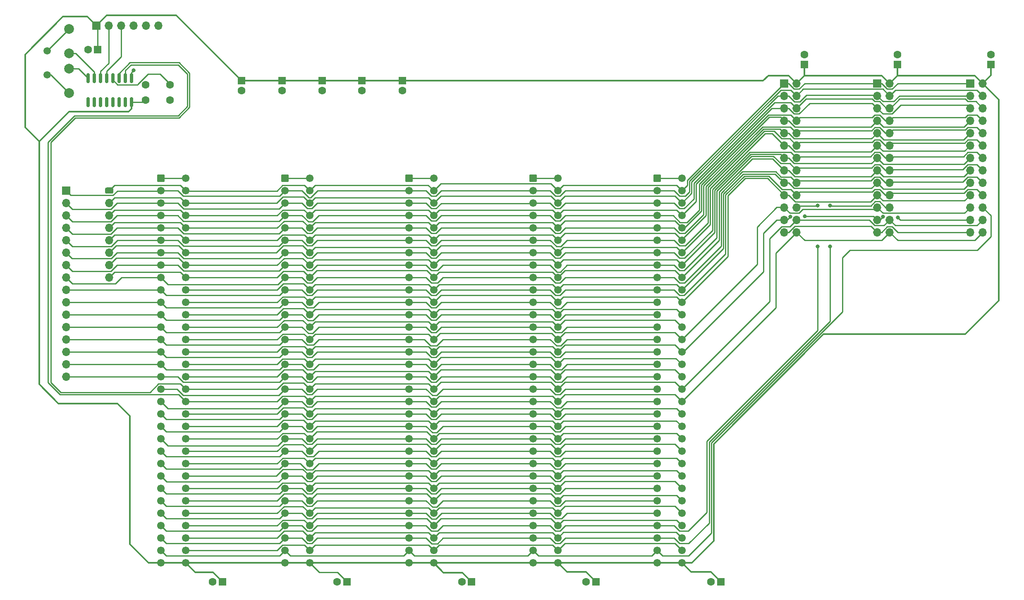
<source format=gbr>
%TF.GenerationSoftware,KiCad,Pcbnew,(6.0.7)*%
%TF.CreationDate,2023-04-20T18:01:57-06:00*%
%TF.ProjectId,backplane,6261636b-706c-4616-9e65-2e6b69636164,rev?*%
%TF.SameCoordinates,Original*%
%TF.FileFunction,Copper,L1,Top*%
%TF.FilePolarity,Positive*%
%FSLAX46Y46*%
G04 Gerber Fmt 4.6, Leading zero omitted, Abs format (unit mm)*
G04 Created by KiCad (PCBNEW (6.0.7)) date 2023-04-20 18:01:57*
%MOMM*%
%LPD*%
G01*
G04 APERTURE LIST*
G04 Aperture macros list*
%AMRoundRect*
0 Rectangle with rounded corners*
0 $1 Rounding radius*
0 $2 $3 $4 $5 $6 $7 $8 $9 X,Y pos of 4 corners*
0 Add a 4 corners polygon primitive as box body*
4,1,4,$2,$3,$4,$5,$6,$7,$8,$9,$2,$3,0*
0 Add four circle primitives for the rounded corners*
1,1,$1+$1,$2,$3*
1,1,$1+$1,$4,$5*
1,1,$1+$1,$6,$7*
1,1,$1+$1,$8,$9*
0 Add four rect primitives between the rounded corners*
20,1,$1+$1,$2,$3,$4,$5,0*
20,1,$1+$1,$4,$5,$6,$7,0*
20,1,$1+$1,$6,$7,$8,$9,0*
20,1,$1+$1,$8,$9,$2,$3,0*%
G04 Aperture macros list end*
%TA.AperFunction,ComponentPad*%
%ADD10R,1.600000X1.600000*%
%TD*%
%TA.AperFunction,ComponentPad*%
%ADD11C,1.600000*%
%TD*%
%TA.AperFunction,ComponentPad*%
%ADD12RoundRect,0.249999X-0.525001X-0.525001X0.525001X-0.525001X0.525001X0.525001X-0.525001X0.525001X0*%
%TD*%
%TA.AperFunction,ComponentPad*%
%ADD13C,1.550000*%
%TD*%
%TA.AperFunction,SMDPad,CuDef*%
%ADD14RoundRect,0.150000X-0.150000X0.825000X-0.150000X-0.825000X0.150000X-0.825000X0.150000X0.825000X0*%
%TD*%
%TA.AperFunction,ComponentPad*%
%ADD15C,1.500000*%
%TD*%
%TA.AperFunction,ComponentPad*%
%ADD16R,1.700000X1.700000*%
%TD*%
%TA.AperFunction,ComponentPad*%
%ADD17O,1.700000X1.700000*%
%TD*%
%TA.AperFunction,ComponentPad*%
%ADD18C,2.000000*%
%TD*%
%TA.AperFunction,ComponentPad*%
%ADD19RoundRect,0.317500X-0.532500X-0.317500X0.532500X-0.317500X0.532500X0.317500X-0.532500X0.317500X0*%
%TD*%
%TA.AperFunction,ViaPad*%
%ADD20C,0.800000*%
%TD*%
%TA.AperFunction,Conductor*%
%ADD21C,0.317500*%
%TD*%
%TA.AperFunction,Conductor*%
%ADD22C,0.250000*%
%TD*%
G04 APERTURE END LIST*
D10*
%TO.P,C15,1*%
%TO.N,VCC*%
X451000000Y-220000000D03*
D11*
%TO.P,C15,2*%
%TO.N,GND*%
X449000000Y-220000000D03*
%TD*%
D10*
%TO.P,C13,1*%
%TO.N,VCC*%
X400000000Y-220000000D03*
D11*
%TO.P,C13,2*%
%TO.N,unconnected-(C13-Pad2)*%
X398000000Y-220000000D03*
%TD*%
%TO.P,C3,1*%
%TO.N,GND*%
X333232500Y-118194000D03*
%TO.P,C3,2*%
%TO.N,Net-(C3-Pad2)*%
X338232500Y-118194000D03*
%TD*%
D12*
%TO.P,J2,1,GND*%
%TO.N,GND*%
X336371000Y-137371000D03*
D13*
%TO.P,J2,2,A0*%
%TO.N,Net-(J10-Pad1)*%
X336371000Y-139911000D03*
%TO.P,J2,3,A1*%
%TO.N,Net-(J10-Pad2)*%
X336371000Y-142451000D03*
%TO.P,J2,4,A2*%
%TO.N,Net-(J10-Pad3)*%
X336371000Y-144991000D03*
%TO.P,J2,5,A3*%
%TO.N,Net-(J10-Pad4)*%
X336371000Y-147531000D03*
%TO.P,J2,6,A4*%
%TO.N,Net-(J10-Pad5)*%
X336371000Y-150071000D03*
%TO.P,J2,7,A5*%
%TO.N,Net-(J10-Pad6)*%
X336371000Y-152611000D03*
%TO.P,J2,8,A6*%
%TO.N,Net-(J10-Pad7)*%
X336371000Y-155151000D03*
%TO.P,J2,9,A7*%
%TO.N,Net-(J10-Pad8)*%
X336371000Y-157691000D03*
%TO.P,J2,10,A8*%
%TO.N,Net-(J10-Pad9)*%
X336371000Y-160231000D03*
%TO.P,J2,11,A9*%
%TO.N,Net-(J10-Pad10)*%
X336371000Y-162771000D03*
%TO.P,J2,12,A10*%
%TO.N,Net-(J10-Pad11)*%
X336371000Y-165311000D03*
%TO.P,J2,13,A11*%
%TO.N,Net-(J10-Pad12)*%
X336371000Y-167851000D03*
%TO.P,J2,14,A12*%
%TO.N,Net-(J10-Pad13)*%
X336371000Y-170391000D03*
%TO.P,J2,15,A13*%
%TO.N,Net-(J10-Pad14)*%
X336371000Y-172931000D03*
%TO.P,J2,16,A14*%
%TO.N,Net-(J10-Pad15)*%
X336371000Y-175471000D03*
%TO.P,J2,17,A15*%
%TO.N,Net-(J10-Pad16)*%
X336371000Y-178011000D03*
%TO.P,J2,18,A16*%
%TO.N,Net-(J2-Pad18)*%
X336371000Y-180551000D03*
%TO.P,J2,19,A17*%
%TO.N,Net-(J2-Pad19)*%
X336371000Y-183091000D03*
%TO.P,J2,20,A18*%
%TO.N,Net-(J2-Pad20)*%
X336371000Y-185631000D03*
%TO.P,J2,21,PB0*%
%TO.N,Net-(J2-Pad21)*%
X336371000Y-188171000D03*
%TO.P,J2,22,PB1*%
%TO.N,Net-(J2-Pad22)*%
X336371000Y-190711000D03*
%TO.P,J2,23,PB2*%
%TO.N,Net-(J2-Pad23)*%
X336371000Y-193251000D03*
%TO.P,J2,24,PB3*%
%TO.N,Net-(J2-Pad24)*%
X336371000Y-195791000D03*
%TO.P,J2,25,PB4*%
%TO.N,Net-(J2-Pad25)*%
X336371000Y-198331000D03*
%TO.P,J2,26,PB5*%
%TO.N,Net-(J2-Pad26)*%
X336371000Y-200871000D03*
%TO.P,J2,27,PB6*%
%TO.N,Net-(J2-Pad27)*%
X336371000Y-203411000D03*
%TO.P,J2,28,PB7*%
%TO.N,Net-(J2-Pad28)*%
X336371000Y-205951000D03*
%TO.P,J2,29,MIo1*%
%TO.N,Net-(J2-Pad29)*%
X336371000Y-208491000D03*
%TO.P,J2,30,MIo2*%
%TO.N,Net-(J2-Pad30)*%
X336371000Y-211031000D03*
%TO.P,J2,31,MIo3*%
%TO.N,Net-(J2-Pad31)*%
X336371000Y-213571000D03*
%TO.P,J2,32,VCC*%
%TO.N,VCC*%
X336371000Y-216111000D03*
%TO.P,J2,33,VCC*%
X341451000Y-216111000D03*
%TO.P,J2,34,NC*%
%TO.N,Net-(J2-Pad34)*%
X341451000Y-213571000D03*
%TO.P,J2,35,NC*%
%TO.N,Net-(J2-Pad35)*%
X341451000Y-211031000D03*
%TO.P,J2,36,NC*%
%TO.N,Net-(J2-Pad36)*%
X341451000Y-208491000D03*
%TO.P,J2,37,NC*%
%TO.N,Net-(J2-Pad37)*%
X341451000Y-205951000D03*
%TO.P,J2,38,PA7*%
%TO.N,Net-(J2-Pad38)*%
X341451000Y-203411000D03*
%TO.P,J2,39,PA6*%
%TO.N,Net-(J2-Pad39)*%
X341451000Y-200871000D03*
%TO.P,J2,40,PA5*%
%TO.N,Net-(J2-Pad40)*%
X341451000Y-198331000D03*
%TO.P,J2,41,PA4*%
%TO.N,Net-(J2-Pad41)*%
X341451000Y-195791000D03*
%TO.P,J2,42,PA3*%
%TO.N,Net-(J2-Pad42)*%
X341451000Y-193251000D03*
%TO.P,J2,43,PA2*%
%TO.N,Net-(J2-Pad43)*%
X341451000Y-190711000D03*
%TO.P,J2,44,PA1*%
%TO.N,Net-(J2-Pad44)*%
X341451000Y-188171000D03*
%TO.P,J2,45,PA0*%
%TO.N,Net-(J2-Pad45)*%
X341451000Y-185631000D03*
%TO.P,J2,46,TX*%
%TO.N,Net-(J2-Pad46)*%
X341451000Y-183091000D03*
%TO.P,J2,47,RX*%
%TO.N,Net-(J2-Pad47)*%
X341451000Y-180551000D03*
%TO.P,J2,48,~{NMI}*%
%TO.N,Net-(J2-Pad48)*%
X341451000Y-178011000D03*
%TO.P,J2,49,~{FIRQ}*%
%TO.N,Net-(J2-Pad49)*%
X341451000Y-175471000D03*
%TO.P,J2,50,~{IRQ}*%
%TO.N,Net-(J2-Pad50)*%
X341451000Y-172931000D03*
%TO.P,J2,51,~{RESET}*%
%TO.N,Net-(J2-Pad51)*%
X341451000Y-170391000D03*
%TO.P,J2,52,~{HALT}*%
%TO.N,Net-(J2-Pad52)*%
X341451000Y-167851000D03*
%TO.P,J2,53,Q*%
%TO.N,Net-(J2-Pad53)*%
X341451000Y-165311000D03*
%TO.P,J2,54,E*%
%TO.N,Net-(J2-Pad54)*%
X341451000Y-162771000D03*
%TO.P,J2,55,R/~{W}*%
%TO.N,Net-(J2-Pad55)*%
X341451000Y-160231000D03*
%TO.P,J2,56,D7*%
%TO.N,Net-(J11-Pad8)*%
X341451000Y-157691000D03*
%TO.P,J2,57,D6*%
%TO.N,Net-(J11-Pad7)*%
X341451000Y-155151000D03*
%TO.P,J2,58,D5*%
%TO.N,Net-(J11-Pad6)*%
X341451000Y-152611000D03*
%TO.P,J2,59,D4*%
%TO.N,Net-(J11-Pad5)*%
X341451000Y-150071000D03*
%TO.P,J2,60,D3*%
%TO.N,Net-(J11-Pad4)*%
X341451000Y-147531000D03*
%TO.P,J2,61,D2*%
%TO.N,Net-(J11-Pad3)*%
X341451000Y-144991000D03*
%TO.P,J2,62,D1*%
%TO.N,Net-(J11-Pad2)*%
X341451000Y-142451000D03*
%TO.P,J2,63,D0*%
%TO.N,Net-(J11-Pad1)*%
X341451000Y-139911000D03*
%TO.P,J2,64,GND*%
%TO.N,GND*%
X341451000Y-137371000D03*
%TD*%
D10*
%TO.P,C17,1*%
%TO.N,VCC*%
X468140259Y-114081469D03*
D11*
%TO.P,C17,2*%
%TO.N,GND*%
X468140259Y-112081469D03*
%TD*%
D10*
%TO.P,C16,1*%
%TO.N,VCC*%
X506349846Y-114070129D03*
D11*
%TO.P,C16,2*%
%TO.N,GND*%
X506349846Y-112070129D03*
%TD*%
D10*
%TO.P,C11,1*%
%TO.N,VCC*%
X349000000Y-220000000D03*
D11*
%TO.P,C11,2*%
%TO.N,GND*%
X347000000Y-220000000D03*
%TD*%
D12*
%TO.P,J4,1,GND*%
%TO.N,GND*%
X387180000Y-137371000D03*
D13*
%TO.P,J4,2,A0*%
%TO.N,Net-(J10-Pad1)*%
X387180000Y-139911000D03*
%TO.P,J4,3,A1*%
%TO.N,Net-(J10-Pad2)*%
X387180000Y-142451000D03*
%TO.P,J4,4,A2*%
%TO.N,Net-(J10-Pad3)*%
X387180000Y-144991000D03*
%TO.P,J4,5,A3*%
%TO.N,Net-(J10-Pad4)*%
X387180000Y-147531000D03*
%TO.P,J4,6,A4*%
%TO.N,Net-(J10-Pad5)*%
X387180000Y-150071000D03*
%TO.P,J4,7,A5*%
%TO.N,Net-(J10-Pad6)*%
X387180000Y-152611000D03*
%TO.P,J4,8,A6*%
%TO.N,Net-(J10-Pad7)*%
X387180000Y-155151000D03*
%TO.P,J4,9,A7*%
%TO.N,Net-(J10-Pad8)*%
X387180000Y-157691000D03*
%TO.P,J4,10,A8*%
%TO.N,Net-(J10-Pad9)*%
X387180000Y-160231000D03*
%TO.P,J4,11,A9*%
%TO.N,Net-(J10-Pad10)*%
X387180000Y-162771000D03*
%TO.P,J4,12,A10*%
%TO.N,Net-(J10-Pad11)*%
X387180000Y-165311000D03*
%TO.P,J4,13,A11*%
%TO.N,Net-(J10-Pad12)*%
X387180000Y-167851000D03*
%TO.P,J4,14,A12*%
%TO.N,Net-(J10-Pad13)*%
X387180000Y-170391000D03*
%TO.P,J4,15,A13*%
%TO.N,Net-(J10-Pad14)*%
X387180000Y-172931000D03*
%TO.P,J4,16,A14*%
%TO.N,Net-(J10-Pad15)*%
X387180000Y-175471000D03*
%TO.P,J4,17,A15*%
%TO.N,Net-(J10-Pad16)*%
X387180000Y-178011000D03*
%TO.P,J4,18,A16*%
%TO.N,Net-(J2-Pad18)*%
X387180000Y-180551000D03*
%TO.P,J4,19,A17*%
%TO.N,Net-(J2-Pad19)*%
X387180000Y-183091000D03*
%TO.P,J4,20,A18*%
%TO.N,Net-(J2-Pad20)*%
X387180000Y-185631000D03*
%TO.P,J4,21,PB0*%
%TO.N,Net-(J2-Pad21)*%
X387180000Y-188171000D03*
%TO.P,J4,22,PB1*%
%TO.N,Net-(J2-Pad22)*%
X387180000Y-190711000D03*
%TO.P,J4,23,PB2*%
%TO.N,Net-(J2-Pad23)*%
X387180000Y-193251000D03*
%TO.P,J4,24,PB3*%
%TO.N,Net-(J2-Pad24)*%
X387180000Y-195791000D03*
%TO.P,J4,25,PB4*%
%TO.N,Net-(J2-Pad25)*%
X387180000Y-198331000D03*
%TO.P,J4,26,PB5*%
%TO.N,Net-(J2-Pad26)*%
X387180000Y-200871000D03*
%TO.P,J4,27,PB6*%
%TO.N,Net-(J2-Pad27)*%
X387180000Y-203411000D03*
%TO.P,J4,28,PB7*%
%TO.N,Net-(J2-Pad28)*%
X387180000Y-205951000D03*
%TO.P,J4,29,MIo1*%
%TO.N,Net-(J2-Pad29)*%
X387180000Y-208491000D03*
%TO.P,J4,30,MIo2*%
%TO.N,Net-(J2-Pad30)*%
X387180000Y-211031000D03*
%TO.P,J4,31,MIo3*%
%TO.N,Net-(J2-Pad31)*%
X387180000Y-213571000D03*
%TO.P,J4,32,VCC*%
%TO.N,VCC*%
X387180000Y-216111000D03*
%TO.P,J4,33,VCC*%
X392260000Y-216111000D03*
%TO.P,J4,34,NC*%
%TO.N,Net-(J2-Pad34)*%
X392260000Y-213571000D03*
%TO.P,J4,35,NC*%
%TO.N,Net-(J2-Pad35)*%
X392260000Y-211031000D03*
%TO.P,J4,36,NC*%
%TO.N,Net-(J2-Pad36)*%
X392260000Y-208491000D03*
%TO.P,J4,37,NC*%
%TO.N,Net-(J2-Pad37)*%
X392260000Y-205951000D03*
%TO.P,J4,38,PA7*%
%TO.N,Net-(J2-Pad38)*%
X392260000Y-203411000D03*
%TO.P,J4,39,PA6*%
%TO.N,Net-(J2-Pad39)*%
X392260000Y-200871000D03*
%TO.P,J4,40,PA5*%
%TO.N,Net-(J2-Pad40)*%
X392260000Y-198331000D03*
%TO.P,J4,41,PA4*%
%TO.N,Net-(J2-Pad41)*%
X392260000Y-195791000D03*
%TO.P,J4,42,PA3*%
%TO.N,Net-(J2-Pad42)*%
X392260000Y-193251000D03*
%TO.P,J4,43,PA2*%
%TO.N,Net-(J2-Pad43)*%
X392260000Y-190711000D03*
%TO.P,J4,44,PA1*%
%TO.N,Net-(J2-Pad44)*%
X392260000Y-188171000D03*
%TO.P,J4,45,PA0*%
%TO.N,Net-(J2-Pad45)*%
X392260000Y-185631000D03*
%TO.P,J4,46,TX*%
%TO.N,Net-(J2-Pad46)*%
X392260000Y-183091000D03*
%TO.P,J4,47,RX*%
%TO.N,Net-(J2-Pad47)*%
X392260000Y-180551000D03*
%TO.P,J4,48,~{NMI}*%
%TO.N,Net-(J2-Pad48)*%
X392260000Y-178011000D03*
%TO.P,J4,49,~{FIRQ}*%
%TO.N,Net-(J2-Pad49)*%
X392260000Y-175471000D03*
%TO.P,J4,50,~{IRQ}*%
%TO.N,Net-(J2-Pad50)*%
X392260000Y-172931000D03*
%TO.P,J4,51,~{RESET}*%
%TO.N,Net-(J2-Pad51)*%
X392260000Y-170391000D03*
%TO.P,J4,52,~{HALT}*%
%TO.N,Net-(J2-Pad52)*%
X392260000Y-167851000D03*
%TO.P,J4,53,Q*%
%TO.N,Net-(J2-Pad53)*%
X392260000Y-165311000D03*
%TO.P,J4,54,E*%
%TO.N,Net-(J2-Pad54)*%
X392260000Y-162771000D03*
%TO.P,J4,55,R/~{W}*%
%TO.N,Net-(J2-Pad55)*%
X392260000Y-160231000D03*
%TO.P,J4,56,D7*%
%TO.N,Net-(J11-Pad8)*%
X392260000Y-157691000D03*
%TO.P,J4,57,D6*%
%TO.N,Net-(J11-Pad7)*%
X392260000Y-155151000D03*
%TO.P,J4,58,D5*%
%TO.N,Net-(J11-Pad6)*%
X392260000Y-152611000D03*
%TO.P,J4,59,D4*%
%TO.N,Net-(J11-Pad5)*%
X392260000Y-150071000D03*
%TO.P,J4,60,D3*%
%TO.N,Net-(J11-Pad4)*%
X392260000Y-147531000D03*
%TO.P,J4,61,D2*%
%TO.N,Net-(J11-Pad3)*%
X392260000Y-144991000D03*
%TO.P,J4,62,D1*%
%TO.N,Net-(J11-Pad2)*%
X392260000Y-142451000D03*
%TO.P,J4,63,D0*%
%TO.N,Net-(J11-Pad1)*%
X392260000Y-139911000D03*
%TO.P,J4,64,GND*%
%TO.N,GND*%
X392260000Y-137371000D03*
%TD*%
D14*
%TO.P,U1,1,GND*%
%TO.N,GND*%
X330398500Y-116862000D03*
%TO.P,U1,2,TXD*%
%TO.N,Net-(J2-Pad46)*%
X329128500Y-116862000D03*
%TO.P,U1,3,RXD*%
%TO.N,Net-(J2-Pad47)*%
X327858500Y-116862000D03*
%TO.P,U1,4,V3*%
%TO.N,Net-(C3-Pad2)*%
X326588500Y-116862000D03*
%TO.P,U1,5,UD+*%
%TO.N,Net-(J1-Pad3)*%
X325318500Y-116862000D03*
%TO.P,U1,6,UD-*%
%TO.N,Net-(J1-Pad2)*%
X324048500Y-116862000D03*
%TO.P,U1,7,XI*%
%TO.N,Net-(C1-Pad1)*%
X322778500Y-116862000D03*
%TO.P,U1,8,XO*%
%TO.N,Net-(C2-Pad1)*%
X321508500Y-116862000D03*
%TO.P,U1,9,~{CTS}*%
%TO.N,unconnected-(U1-Pad9)*%
X321508500Y-121812000D03*
%TO.P,U1,10,~{DSR}*%
%TO.N,unconnected-(U1-Pad10)*%
X322778500Y-121812000D03*
%TO.P,U1,11,~{RI}*%
%TO.N,unconnected-(U1-Pad11)*%
X324048500Y-121812000D03*
%TO.P,U1,12,~{DCD}*%
%TO.N,unconnected-(U1-Pad12)*%
X325318500Y-121812000D03*
%TO.P,U1,13,~{DTR}*%
%TO.N,unconnected-(U1-Pad13)*%
X326588500Y-121812000D03*
%TO.P,U1,14,~{RTS}*%
%TO.N,unconnected-(U1-Pad14)*%
X327858500Y-121812000D03*
%TO.P,U1,15,R232*%
%TO.N,unconnected-(U1-Pad15)*%
X329128500Y-121812000D03*
%TO.P,U1,16,VCC*%
%TO.N,VCC*%
X330398500Y-121812000D03*
%TD*%
D15*
%TO.P,Y1,1,1*%
%TO.N,Net-(C2-Pad2)*%
X313126500Y-116199000D03*
%TO.P,Y1,2,2*%
%TO.N,Net-(C1-Pad2)*%
X313126500Y-111299000D03*
%TD*%
D10*
%TO.P,C12,1*%
%TO.N,VCC*%
X374455113Y-220000000D03*
D11*
%TO.P,C12,2*%
%TO.N,GND*%
X372455113Y-220000000D03*
%TD*%
D12*
%TO.P,J3,1,GND*%
%TO.N,GND*%
X361780000Y-137371000D03*
D13*
%TO.P,J3,2,A0*%
%TO.N,Net-(J10-Pad1)*%
X361780000Y-139911000D03*
%TO.P,J3,3,A1*%
%TO.N,Net-(J10-Pad2)*%
X361780000Y-142451000D03*
%TO.P,J3,4,A2*%
%TO.N,Net-(J10-Pad3)*%
X361780000Y-144991000D03*
%TO.P,J3,5,A3*%
%TO.N,Net-(J10-Pad4)*%
X361780000Y-147531000D03*
%TO.P,J3,6,A4*%
%TO.N,Net-(J10-Pad5)*%
X361780000Y-150071000D03*
%TO.P,J3,7,A5*%
%TO.N,Net-(J10-Pad6)*%
X361780000Y-152611000D03*
%TO.P,J3,8,A6*%
%TO.N,Net-(J10-Pad7)*%
X361780000Y-155151000D03*
%TO.P,J3,9,A7*%
%TO.N,Net-(J10-Pad8)*%
X361780000Y-157691000D03*
%TO.P,J3,10,A8*%
%TO.N,Net-(J10-Pad9)*%
X361780000Y-160231000D03*
%TO.P,J3,11,A9*%
%TO.N,Net-(J10-Pad10)*%
X361780000Y-162771000D03*
%TO.P,J3,12,A10*%
%TO.N,Net-(J10-Pad11)*%
X361780000Y-165311000D03*
%TO.P,J3,13,A11*%
%TO.N,Net-(J10-Pad12)*%
X361780000Y-167851000D03*
%TO.P,J3,14,A12*%
%TO.N,Net-(J10-Pad13)*%
X361780000Y-170391000D03*
%TO.P,J3,15,A13*%
%TO.N,Net-(J10-Pad14)*%
X361780000Y-172931000D03*
%TO.P,J3,16,A14*%
%TO.N,Net-(J10-Pad15)*%
X361780000Y-175471000D03*
%TO.P,J3,17,A15*%
%TO.N,Net-(J10-Pad16)*%
X361780000Y-178011000D03*
%TO.P,J3,18,A16*%
%TO.N,Net-(J2-Pad18)*%
X361780000Y-180551000D03*
%TO.P,J3,19,A17*%
%TO.N,Net-(J2-Pad19)*%
X361780000Y-183091000D03*
%TO.P,J3,20,A18*%
%TO.N,Net-(J2-Pad20)*%
X361780000Y-185631000D03*
%TO.P,J3,21,PB0*%
%TO.N,Net-(J2-Pad21)*%
X361780000Y-188171000D03*
%TO.P,J3,22,PB1*%
%TO.N,Net-(J2-Pad22)*%
X361780000Y-190711000D03*
%TO.P,J3,23,PB2*%
%TO.N,Net-(J2-Pad23)*%
X361780000Y-193251000D03*
%TO.P,J3,24,PB3*%
%TO.N,Net-(J2-Pad24)*%
X361780000Y-195791000D03*
%TO.P,J3,25,PB4*%
%TO.N,Net-(J2-Pad25)*%
X361780000Y-198331000D03*
%TO.P,J3,26,PB5*%
%TO.N,Net-(J2-Pad26)*%
X361780000Y-200871000D03*
%TO.P,J3,27,PB6*%
%TO.N,Net-(J2-Pad27)*%
X361780000Y-203411000D03*
%TO.P,J3,28,PB7*%
%TO.N,Net-(J2-Pad28)*%
X361780000Y-205951000D03*
%TO.P,J3,29,MIo1*%
%TO.N,Net-(J2-Pad29)*%
X361780000Y-208491000D03*
%TO.P,J3,30,MIo2*%
%TO.N,Net-(J2-Pad30)*%
X361780000Y-211031000D03*
%TO.P,J3,31,MIo3*%
%TO.N,Net-(J2-Pad31)*%
X361780000Y-213571000D03*
%TO.P,J3,32,VCC*%
%TO.N,VCC*%
X361780000Y-216111000D03*
%TO.P,J3,33,VCC*%
X366860000Y-216111000D03*
%TO.P,J3,34,NC*%
%TO.N,Net-(J2-Pad34)*%
X366860000Y-213571000D03*
%TO.P,J3,35,NC*%
%TO.N,Net-(J2-Pad35)*%
X366860000Y-211031000D03*
%TO.P,J3,36,NC*%
%TO.N,Net-(J2-Pad36)*%
X366860000Y-208491000D03*
%TO.P,J3,37,NC*%
%TO.N,Net-(J2-Pad37)*%
X366860000Y-205951000D03*
%TO.P,J3,38,PA7*%
%TO.N,Net-(J2-Pad38)*%
X366860000Y-203411000D03*
%TO.P,J3,39,PA6*%
%TO.N,Net-(J2-Pad39)*%
X366860000Y-200871000D03*
%TO.P,J3,40,PA5*%
%TO.N,Net-(J2-Pad40)*%
X366860000Y-198331000D03*
%TO.P,J3,41,PA4*%
%TO.N,Net-(J2-Pad41)*%
X366860000Y-195791000D03*
%TO.P,J3,42,PA3*%
%TO.N,Net-(J2-Pad42)*%
X366860000Y-193251000D03*
%TO.P,J3,43,PA2*%
%TO.N,Net-(J2-Pad43)*%
X366860000Y-190711000D03*
%TO.P,J3,44,PA1*%
%TO.N,Net-(J2-Pad44)*%
X366860000Y-188171000D03*
%TO.P,J3,45,PA0*%
%TO.N,Net-(J2-Pad45)*%
X366860000Y-185631000D03*
%TO.P,J3,46,TX*%
%TO.N,Net-(J2-Pad46)*%
X366860000Y-183091000D03*
%TO.P,J3,47,RX*%
%TO.N,Net-(J2-Pad47)*%
X366860000Y-180551000D03*
%TO.P,J3,48,~{NMI}*%
%TO.N,Net-(J2-Pad48)*%
X366860000Y-178011000D03*
%TO.P,J3,49,~{FIRQ}*%
%TO.N,Net-(J2-Pad49)*%
X366860000Y-175471000D03*
%TO.P,J3,50,~{IRQ}*%
%TO.N,Net-(J2-Pad50)*%
X366860000Y-172931000D03*
%TO.P,J3,51,~{RESET}*%
%TO.N,Net-(J2-Pad51)*%
X366860000Y-170391000D03*
%TO.P,J3,52,~{HALT}*%
%TO.N,Net-(J2-Pad52)*%
X366860000Y-167851000D03*
%TO.P,J3,53,Q*%
%TO.N,Net-(J2-Pad53)*%
X366860000Y-165311000D03*
%TO.P,J3,54,E*%
%TO.N,Net-(J2-Pad54)*%
X366860000Y-162771000D03*
%TO.P,J3,55,R/~{W}*%
%TO.N,Net-(J2-Pad55)*%
X366860000Y-160231000D03*
%TO.P,J3,56,D7*%
%TO.N,Net-(J11-Pad8)*%
X366860000Y-157691000D03*
%TO.P,J3,57,D6*%
%TO.N,Net-(J11-Pad7)*%
X366860000Y-155151000D03*
%TO.P,J3,58,D5*%
%TO.N,Net-(J11-Pad6)*%
X366860000Y-152611000D03*
%TO.P,J3,59,D4*%
%TO.N,Net-(J11-Pad5)*%
X366860000Y-150071000D03*
%TO.P,J3,60,D3*%
%TO.N,Net-(J11-Pad4)*%
X366860000Y-147531000D03*
%TO.P,J3,61,D2*%
%TO.N,Net-(J11-Pad3)*%
X366860000Y-144991000D03*
%TO.P,J3,62,D1*%
%TO.N,Net-(J11-Pad2)*%
X366860000Y-142451000D03*
%TO.P,J3,63,D0*%
%TO.N,Net-(J11-Pad1)*%
X366860000Y-139911000D03*
%TO.P,J3,64,GND*%
%TO.N,GND*%
X366860000Y-137371000D03*
%TD*%
D10*
%TO.P,C9,1*%
%TO.N,VCC*%
X377571000Y-117408888D03*
D11*
%TO.P,C9,2*%
%TO.N,GND*%
X377571000Y-119408888D03*
%TD*%
D16*
%TO.P,J8,1,D0*%
%TO.N,Net-(J11-Pad1)*%
X483052500Y-117940000D03*
D17*
%TO.P,J8,2,D1*%
%TO.N,Net-(J11-Pad2)*%
X483052500Y-120480000D03*
%TO.P,J8,3,D2*%
%TO.N,Net-(J11-Pad3)*%
X483052500Y-123020000D03*
%TO.P,J8,4,D3*%
%TO.N,Net-(J11-Pad4)*%
X483052500Y-125560000D03*
%TO.P,J8,5,D4*%
%TO.N,Net-(J11-Pad5)*%
X483052500Y-128100000D03*
%TO.P,J8,6,D5*%
%TO.N,Net-(J11-Pad6)*%
X483052500Y-130640000D03*
%TO.P,J8,7,D6*%
%TO.N,Net-(J11-Pad7)*%
X483052500Y-133180000D03*
%TO.P,J8,8,D7*%
%TO.N,Net-(J11-Pad8)*%
X483052500Y-135720000D03*
%TO.P,J8,9,R/~{W}*%
%TO.N,Net-(J2-Pad55)*%
X483052500Y-138260000D03*
%TO.P,J8,10,E*%
%TO.N,Net-(J2-Pad54)*%
X483052500Y-140800000D03*
%TO.P,J8,11,~{RES}*%
%TO.N,Net-(J2-Pad51)*%
X483052500Y-143340000D03*
%TO.P,J8,12,~{IRQ}*%
%TO.N,Net-(J2-Pad50)*%
X483052500Y-145880000D03*
%TO.P,J8,13,GND*%
%TO.N,GND*%
X483052500Y-148420000D03*
%TO.P,J8,14,TX*%
%TO.N,Net-(J2-Pad46)*%
X485592500Y-148420000D03*
%TO.P,J8,15,RX*%
%TO.N,Net-(J2-Pad47)*%
X485592500Y-145880000D03*
%TO.P,J8,16,~{CE}*%
%TO.N,Net-(J2-Pad30)*%
X485592500Y-143340000D03*
%TO.P,J8,17,A8*%
%TO.N,Net-(J10-Pad9)*%
X485592500Y-140800000D03*
%TO.P,J8,18,A7*%
%TO.N,Net-(J10-Pad8)*%
X485592500Y-138260000D03*
%TO.P,J8,19,A6*%
%TO.N,Net-(J10-Pad7)*%
X485592500Y-135720000D03*
%TO.P,J8,20,A5*%
%TO.N,Net-(J10-Pad6)*%
X485592500Y-133180000D03*
%TO.P,J8,21,A4*%
%TO.N,Net-(J10-Pad5)*%
X485592500Y-130640000D03*
%TO.P,J8,22,A3*%
%TO.N,Net-(J10-Pad4)*%
X485592500Y-128100000D03*
%TO.P,J8,23,A2*%
%TO.N,Net-(J10-Pad3)*%
X485592500Y-125560000D03*
%TO.P,J8,24,A1*%
%TO.N,Net-(J10-Pad2)*%
X485592500Y-123020000D03*
%TO.P,J8,25,A0*%
%TO.N,Net-(J10-Pad1)*%
X485592500Y-120480000D03*
%TO.P,J8,26,VCC*%
%TO.N,VCC*%
X485592500Y-117940000D03*
%TD*%
D16*
%TO.P,J7,1,D0*%
%TO.N,Net-(J11-Pad1)*%
X464002500Y-117940000D03*
D17*
%TO.P,J7,2,D1*%
%TO.N,Net-(J11-Pad2)*%
X464002500Y-120480000D03*
%TO.P,J7,3,D2*%
%TO.N,Net-(J11-Pad3)*%
X464002500Y-123020000D03*
%TO.P,J7,4,D3*%
%TO.N,Net-(J11-Pad4)*%
X464002500Y-125560000D03*
%TO.P,J7,5,D4*%
%TO.N,Net-(J11-Pad5)*%
X464002500Y-128100000D03*
%TO.P,J7,6,D5*%
%TO.N,Net-(J11-Pad6)*%
X464002500Y-130640000D03*
%TO.P,J7,7,D6*%
%TO.N,Net-(J11-Pad7)*%
X464002500Y-133180000D03*
%TO.P,J7,8,D7*%
%TO.N,Net-(J11-Pad8)*%
X464002500Y-135720000D03*
%TO.P,J7,9,R/~{W}*%
%TO.N,Net-(J2-Pad55)*%
X464002500Y-138260000D03*
%TO.P,J7,10,E*%
%TO.N,Net-(J2-Pad54)*%
X464002500Y-140800000D03*
%TO.P,J7,11,~{RES}*%
%TO.N,Net-(J2-Pad51)*%
X464002500Y-143340000D03*
%TO.P,J7,12,~{IRQ}*%
%TO.N,Net-(J2-Pad50)*%
X464002500Y-145880000D03*
%TO.P,J7,13,GND*%
%TO.N,GND*%
X464002500Y-148420000D03*
%TO.P,J7,14,TX*%
%TO.N,Net-(J2-Pad46)*%
X466542500Y-148420000D03*
%TO.P,J7,15,RX*%
%TO.N,Net-(J2-Pad47)*%
X466542500Y-145880000D03*
%TO.P,J7,16,~{CE}*%
%TO.N,Net-(J2-Pad29)*%
X466542500Y-143340000D03*
%TO.P,J7,17,A8*%
%TO.N,Net-(J10-Pad9)*%
X466542500Y-140800000D03*
%TO.P,J7,18,A7*%
%TO.N,Net-(J10-Pad8)*%
X466542500Y-138260000D03*
%TO.P,J7,19,A6*%
%TO.N,Net-(J10-Pad7)*%
X466542500Y-135720000D03*
%TO.P,J7,20,A5*%
%TO.N,Net-(J10-Pad6)*%
X466542500Y-133180000D03*
%TO.P,J7,21,A4*%
%TO.N,Net-(J10-Pad5)*%
X466542500Y-130640000D03*
%TO.P,J7,22,A3*%
%TO.N,Net-(J10-Pad4)*%
X466542500Y-128100000D03*
%TO.P,J7,23,A2*%
%TO.N,Net-(J10-Pad3)*%
X466542500Y-125560000D03*
%TO.P,J7,24,A1*%
%TO.N,Net-(J10-Pad2)*%
X466542500Y-123020000D03*
%TO.P,J7,25,A0*%
%TO.N,Net-(J10-Pad1)*%
X466542500Y-120480000D03*
%TO.P,J7,26,VCC*%
%TO.N,VCC*%
X466542500Y-117940000D03*
%TD*%
D18*
%TO.P,C1,1*%
%TO.N,Net-(C1-Pad1)*%
X317571500Y-111804000D03*
%TO.P,C1,2*%
%TO.N,Net-(C1-Pad2)*%
X317571500Y-106804000D03*
%TD*%
D10*
%TO.P,C7,1*%
%TO.N,VCC*%
X361188000Y-117408888D03*
D11*
%TO.P,C7,2*%
%TO.N,GND*%
X361188000Y-119408888D03*
%TD*%
D10*
%TO.P,C5,1*%
%TO.N,VCC*%
X323455113Y-111000000D03*
D11*
%TO.P,C5,2*%
%TO.N,GND*%
X321455113Y-111000000D03*
%TD*%
D16*
%TO.P,J9,1,D0*%
%TO.N,Net-(J11-Pad1)*%
X502102500Y-117940000D03*
D17*
%TO.P,J9,2,D1*%
%TO.N,Net-(J11-Pad2)*%
X502102500Y-120480000D03*
%TO.P,J9,3,D2*%
%TO.N,Net-(J11-Pad3)*%
X502102500Y-123020000D03*
%TO.P,J9,4,D3*%
%TO.N,Net-(J11-Pad4)*%
X502102500Y-125560000D03*
%TO.P,J9,5,D4*%
%TO.N,Net-(J11-Pad5)*%
X502102500Y-128100000D03*
%TO.P,J9,6,D5*%
%TO.N,Net-(J11-Pad6)*%
X502102500Y-130640000D03*
%TO.P,J9,7,D6*%
%TO.N,Net-(J11-Pad7)*%
X502102500Y-133180000D03*
%TO.P,J9,8,D7*%
%TO.N,Net-(J11-Pad8)*%
X502102500Y-135720000D03*
%TO.P,J9,9,R/~{W}*%
%TO.N,Net-(J2-Pad55)*%
X502102500Y-138260000D03*
%TO.P,J9,10,E*%
%TO.N,Net-(J2-Pad54)*%
X502102500Y-140800000D03*
%TO.P,J9,11,~{RES}*%
%TO.N,Net-(J2-Pad51)*%
X502102500Y-143340000D03*
%TO.P,J9,12,~{IRQ}*%
%TO.N,Net-(J2-Pad50)*%
X502102500Y-145880000D03*
%TO.P,J9,13,GND*%
%TO.N,GND*%
X502102500Y-148420000D03*
%TO.P,J9,14,TX*%
%TO.N,Net-(J2-Pad46)*%
X504642500Y-148420000D03*
%TO.P,J9,15,RX*%
%TO.N,Net-(J2-Pad47)*%
X504642500Y-145880000D03*
%TO.P,J9,16,~{CE}*%
%TO.N,Net-(J2-Pad31)*%
X504642500Y-143340000D03*
%TO.P,J9,17,A8*%
%TO.N,Net-(J10-Pad9)*%
X504642500Y-140800000D03*
%TO.P,J9,18,A7*%
%TO.N,Net-(J10-Pad8)*%
X504642500Y-138260000D03*
%TO.P,J9,19,A6*%
%TO.N,Net-(J10-Pad7)*%
X504642500Y-135720000D03*
%TO.P,J9,20,A5*%
%TO.N,Net-(J10-Pad6)*%
X504642500Y-133180000D03*
%TO.P,J9,21,A4*%
%TO.N,Net-(J10-Pad5)*%
X504642500Y-130640000D03*
%TO.P,J9,22,A3*%
%TO.N,Net-(J10-Pad4)*%
X504642500Y-128100000D03*
%TO.P,J9,23,A2*%
%TO.N,Net-(J10-Pad3)*%
X504642500Y-125560000D03*
%TO.P,J9,24,A1*%
%TO.N,Net-(J10-Pad2)*%
X504642500Y-123020000D03*
%TO.P,J9,25,A0*%
%TO.N,Net-(J10-Pad1)*%
X504642500Y-120480000D03*
%TO.P,J9,26,VCC*%
%TO.N,VCC*%
X504642500Y-117940000D03*
%TD*%
D10*
%TO.P,C10,1*%
%TO.N,VCC*%
X385826000Y-117408888D03*
D11*
%TO.P,C10,2*%
%TO.N,GND*%
X385826000Y-119408888D03*
%TD*%
D12*
%TO.P,J6,1,GND*%
%TO.N,GND*%
X437980000Y-137371000D03*
D13*
%TO.P,J6,2,A0*%
%TO.N,Net-(J10-Pad1)*%
X437980000Y-139911000D03*
%TO.P,J6,3,A1*%
%TO.N,Net-(J10-Pad2)*%
X437980000Y-142451000D03*
%TO.P,J6,4,A2*%
%TO.N,Net-(J10-Pad3)*%
X437980000Y-144991000D03*
%TO.P,J6,5,A3*%
%TO.N,Net-(J10-Pad4)*%
X437980000Y-147531000D03*
%TO.P,J6,6,A4*%
%TO.N,Net-(J10-Pad5)*%
X437980000Y-150071000D03*
%TO.P,J6,7,A5*%
%TO.N,Net-(J10-Pad6)*%
X437980000Y-152611000D03*
%TO.P,J6,8,A6*%
%TO.N,Net-(J10-Pad7)*%
X437980000Y-155151000D03*
%TO.P,J6,9,A7*%
%TO.N,Net-(J10-Pad8)*%
X437980000Y-157691000D03*
%TO.P,J6,10,A8*%
%TO.N,Net-(J10-Pad9)*%
X437980000Y-160231000D03*
%TO.P,J6,11,A9*%
%TO.N,Net-(J10-Pad10)*%
X437980000Y-162771000D03*
%TO.P,J6,12,A10*%
%TO.N,Net-(J10-Pad11)*%
X437980000Y-165311000D03*
%TO.P,J6,13,A11*%
%TO.N,Net-(J10-Pad12)*%
X437980000Y-167851000D03*
%TO.P,J6,14,A12*%
%TO.N,Net-(J10-Pad13)*%
X437980000Y-170391000D03*
%TO.P,J6,15,A13*%
%TO.N,Net-(J10-Pad14)*%
X437980000Y-172931000D03*
%TO.P,J6,16,A14*%
%TO.N,Net-(J10-Pad15)*%
X437980000Y-175471000D03*
%TO.P,J6,17,A15*%
%TO.N,Net-(J10-Pad16)*%
X437980000Y-178011000D03*
%TO.P,J6,18,A16*%
%TO.N,Net-(J2-Pad18)*%
X437980000Y-180551000D03*
%TO.P,J6,19,A17*%
%TO.N,Net-(J2-Pad19)*%
X437980000Y-183091000D03*
%TO.P,J6,20,A18*%
%TO.N,Net-(J2-Pad20)*%
X437980000Y-185631000D03*
%TO.P,J6,21,PB0*%
%TO.N,Net-(J2-Pad21)*%
X437980000Y-188171000D03*
%TO.P,J6,22,PB1*%
%TO.N,Net-(J2-Pad22)*%
X437980000Y-190711000D03*
%TO.P,J6,23,PB2*%
%TO.N,Net-(J2-Pad23)*%
X437980000Y-193251000D03*
%TO.P,J6,24,PB3*%
%TO.N,Net-(J2-Pad24)*%
X437980000Y-195791000D03*
%TO.P,J6,25,PB4*%
%TO.N,Net-(J2-Pad25)*%
X437980000Y-198331000D03*
%TO.P,J6,26,PB5*%
%TO.N,Net-(J2-Pad26)*%
X437980000Y-200871000D03*
%TO.P,J6,27,PB6*%
%TO.N,Net-(J2-Pad27)*%
X437980000Y-203411000D03*
%TO.P,J6,28,PB7*%
%TO.N,Net-(J2-Pad28)*%
X437980000Y-205951000D03*
%TO.P,J6,29,MIo1*%
%TO.N,Net-(J2-Pad29)*%
X437980000Y-208491000D03*
%TO.P,J6,30,MIo2*%
%TO.N,Net-(J2-Pad30)*%
X437980000Y-211031000D03*
%TO.P,J6,31,MIo3*%
%TO.N,Net-(J2-Pad31)*%
X437980000Y-213571000D03*
%TO.P,J6,32,VCC*%
%TO.N,VCC*%
X437980000Y-216111000D03*
%TO.P,J6,33,VCC*%
X443060000Y-216111000D03*
%TO.P,J6,34,NC*%
%TO.N,Net-(J2-Pad34)*%
X443060000Y-213571000D03*
%TO.P,J6,35,NC*%
%TO.N,Net-(J2-Pad35)*%
X443060000Y-211031000D03*
%TO.P,J6,36,NC*%
%TO.N,Net-(J2-Pad36)*%
X443060000Y-208491000D03*
%TO.P,J6,37,NC*%
%TO.N,Net-(J2-Pad37)*%
X443060000Y-205951000D03*
%TO.P,J6,38,PA7*%
%TO.N,Net-(J2-Pad38)*%
X443060000Y-203411000D03*
%TO.P,J6,39,PA6*%
%TO.N,Net-(J2-Pad39)*%
X443060000Y-200871000D03*
%TO.P,J6,40,PA5*%
%TO.N,Net-(J2-Pad40)*%
X443060000Y-198331000D03*
%TO.P,J6,41,PA4*%
%TO.N,Net-(J2-Pad41)*%
X443060000Y-195791000D03*
%TO.P,J6,42,PA3*%
%TO.N,Net-(J2-Pad42)*%
X443060000Y-193251000D03*
%TO.P,J6,43,PA2*%
%TO.N,Net-(J2-Pad43)*%
X443060000Y-190711000D03*
%TO.P,J6,44,PA1*%
%TO.N,Net-(J2-Pad44)*%
X443060000Y-188171000D03*
%TO.P,J6,45,PA0*%
%TO.N,Net-(J2-Pad45)*%
X443060000Y-185631000D03*
%TO.P,J6,46,TX*%
%TO.N,Net-(J2-Pad46)*%
X443060000Y-183091000D03*
%TO.P,J6,47,RX*%
%TO.N,Net-(J2-Pad47)*%
X443060000Y-180551000D03*
%TO.P,J6,48,~{NMI}*%
%TO.N,Net-(J2-Pad48)*%
X443060000Y-178011000D03*
%TO.P,J6,49,~{FIRQ}*%
%TO.N,Net-(J2-Pad49)*%
X443060000Y-175471000D03*
%TO.P,J6,50,~{IRQ}*%
%TO.N,Net-(J2-Pad50)*%
X443060000Y-172931000D03*
%TO.P,J6,51,~{RESET}*%
%TO.N,Net-(J2-Pad51)*%
X443060000Y-170391000D03*
%TO.P,J6,52,~{HALT}*%
%TO.N,Net-(J2-Pad52)*%
X443060000Y-167851000D03*
%TO.P,J6,53,Q*%
%TO.N,Net-(J2-Pad53)*%
X443060000Y-165311000D03*
%TO.P,J6,54,E*%
%TO.N,Net-(J2-Pad54)*%
X443060000Y-162771000D03*
%TO.P,J6,55,R/~{W}*%
%TO.N,Net-(J2-Pad55)*%
X443060000Y-160231000D03*
%TO.P,J6,56,D7*%
%TO.N,Net-(J11-Pad8)*%
X443060000Y-157691000D03*
%TO.P,J6,57,D6*%
%TO.N,Net-(J11-Pad7)*%
X443060000Y-155151000D03*
%TO.P,J6,58,D5*%
%TO.N,Net-(J11-Pad6)*%
X443060000Y-152611000D03*
%TO.P,J6,59,D4*%
%TO.N,Net-(J11-Pad5)*%
X443060000Y-150071000D03*
%TO.P,J6,60,D3*%
%TO.N,Net-(J11-Pad4)*%
X443060000Y-147531000D03*
%TO.P,J6,61,D2*%
%TO.N,Net-(J11-Pad3)*%
X443060000Y-144991000D03*
%TO.P,J6,62,D1*%
%TO.N,Net-(J11-Pad2)*%
X443060000Y-142451000D03*
%TO.P,J6,63,D0*%
%TO.N,Net-(J11-Pad1)*%
X443060000Y-139911000D03*
%TO.P,J6,64,GND*%
%TO.N,GND*%
X443060000Y-137371000D03*
%TD*%
D16*
%TO.P,J10,1,Pin_1*%
%TO.N,Net-(J10-Pad1)*%
X317012000Y-139911000D03*
D17*
%TO.P,J10,2,Pin_2*%
%TO.N,Net-(J10-Pad2)*%
X317012000Y-142451000D03*
%TO.P,J10,3,Pin_3*%
%TO.N,Net-(J10-Pad3)*%
X317012000Y-144991000D03*
%TO.P,J10,4,Pin_4*%
%TO.N,Net-(J10-Pad4)*%
X317012000Y-147531000D03*
%TO.P,J10,5,Pin_5*%
%TO.N,Net-(J10-Pad5)*%
X317012000Y-150071000D03*
%TO.P,J10,6,Pin_6*%
%TO.N,Net-(J10-Pad6)*%
X317012000Y-152611000D03*
%TO.P,J10,7,Pin_7*%
%TO.N,Net-(J10-Pad7)*%
X317012000Y-155151000D03*
%TO.P,J10,8,Pin_8*%
%TO.N,Net-(J10-Pad8)*%
X317012000Y-157691000D03*
%TO.P,J10,9,Pin_9*%
%TO.N,Net-(J10-Pad9)*%
X317012000Y-160231000D03*
%TO.P,J10,10,Pin_10*%
%TO.N,Net-(J10-Pad10)*%
X317012000Y-162771000D03*
%TO.P,J10,11,Pin_11*%
%TO.N,Net-(J10-Pad11)*%
X317012000Y-165311000D03*
%TO.P,J10,12,Pin_12*%
%TO.N,Net-(J10-Pad12)*%
X317012000Y-167851000D03*
%TO.P,J10,13,Pin_13*%
%TO.N,Net-(J10-Pad13)*%
X317012000Y-170391000D03*
%TO.P,J10,14,Pin_14*%
%TO.N,Net-(J10-Pad14)*%
X317012000Y-172931000D03*
%TO.P,J10,15,Pin_15*%
%TO.N,Net-(J10-Pad15)*%
X317012000Y-175471000D03*
%TO.P,J10,16,Pin_16*%
%TO.N,Net-(J10-Pad16)*%
X317012000Y-178011000D03*
%TD*%
D10*
%TO.P,C14,1*%
%TO.N,VCC*%
X425434301Y-220000000D03*
D11*
%TO.P,C14,2*%
%TO.N,GND*%
X423434301Y-220000000D03*
%TD*%
D12*
%TO.P,J5,1,GND*%
%TO.N,GND*%
X412580000Y-137371000D03*
D13*
%TO.P,J5,2,A0*%
%TO.N,Net-(J10-Pad1)*%
X412580000Y-139911000D03*
%TO.P,J5,3,A1*%
%TO.N,Net-(J10-Pad2)*%
X412580000Y-142451000D03*
%TO.P,J5,4,A2*%
%TO.N,Net-(J10-Pad3)*%
X412580000Y-144991000D03*
%TO.P,J5,5,A3*%
%TO.N,Net-(J10-Pad4)*%
X412580000Y-147531000D03*
%TO.P,J5,6,A4*%
%TO.N,Net-(J10-Pad5)*%
X412580000Y-150071000D03*
%TO.P,J5,7,A5*%
%TO.N,Net-(J10-Pad6)*%
X412580000Y-152611000D03*
%TO.P,J5,8,A6*%
%TO.N,Net-(J10-Pad7)*%
X412580000Y-155151000D03*
%TO.P,J5,9,A7*%
%TO.N,Net-(J10-Pad8)*%
X412580000Y-157691000D03*
%TO.P,J5,10,A8*%
%TO.N,Net-(J10-Pad9)*%
X412580000Y-160231000D03*
%TO.P,J5,11,A9*%
%TO.N,Net-(J10-Pad10)*%
X412580000Y-162771000D03*
%TO.P,J5,12,A10*%
%TO.N,Net-(J10-Pad11)*%
X412580000Y-165311000D03*
%TO.P,J5,13,A11*%
%TO.N,Net-(J10-Pad12)*%
X412580000Y-167851000D03*
%TO.P,J5,14,A12*%
%TO.N,Net-(J10-Pad13)*%
X412580000Y-170391000D03*
%TO.P,J5,15,A13*%
%TO.N,Net-(J10-Pad14)*%
X412580000Y-172931000D03*
%TO.P,J5,16,A14*%
%TO.N,Net-(J10-Pad15)*%
X412580000Y-175471000D03*
%TO.P,J5,17,A15*%
%TO.N,Net-(J10-Pad16)*%
X412580000Y-178011000D03*
%TO.P,J5,18,A16*%
%TO.N,Net-(J2-Pad18)*%
X412580000Y-180551000D03*
%TO.P,J5,19,A17*%
%TO.N,Net-(J2-Pad19)*%
X412580000Y-183091000D03*
%TO.P,J5,20,A18*%
%TO.N,Net-(J2-Pad20)*%
X412580000Y-185631000D03*
%TO.P,J5,21,PB0*%
%TO.N,Net-(J2-Pad21)*%
X412580000Y-188171000D03*
%TO.P,J5,22,PB1*%
%TO.N,Net-(J2-Pad22)*%
X412580000Y-190711000D03*
%TO.P,J5,23,PB2*%
%TO.N,Net-(J2-Pad23)*%
X412580000Y-193251000D03*
%TO.P,J5,24,PB3*%
%TO.N,Net-(J2-Pad24)*%
X412580000Y-195791000D03*
%TO.P,J5,25,PB4*%
%TO.N,Net-(J2-Pad25)*%
X412580000Y-198331000D03*
%TO.P,J5,26,PB5*%
%TO.N,Net-(J2-Pad26)*%
X412580000Y-200871000D03*
%TO.P,J5,27,PB6*%
%TO.N,Net-(J2-Pad27)*%
X412580000Y-203411000D03*
%TO.P,J5,28,PB7*%
%TO.N,Net-(J2-Pad28)*%
X412580000Y-205951000D03*
%TO.P,J5,29,MIo1*%
%TO.N,Net-(J2-Pad29)*%
X412580000Y-208491000D03*
%TO.P,J5,30,MIo2*%
%TO.N,Net-(J2-Pad30)*%
X412580000Y-211031000D03*
%TO.P,J5,31,MIo3*%
%TO.N,Net-(J2-Pad31)*%
X412580000Y-213571000D03*
%TO.P,J5,32,VCC*%
%TO.N,VCC*%
X412580000Y-216111000D03*
%TO.P,J5,33,VCC*%
X417660000Y-216111000D03*
%TO.P,J5,34,NC*%
%TO.N,Net-(J2-Pad34)*%
X417660000Y-213571000D03*
%TO.P,J5,35,NC*%
%TO.N,Net-(J2-Pad35)*%
X417660000Y-211031000D03*
%TO.P,J5,36,NC*%
%TO.N,Net-(J2-Pad36)*%
X417660000Y-208491000D03*
%TO.P,J5,37,NC*%
%TO.N,Net-(J2-Pad37)*%
X417660000Y-205951000D03*
%TO.P,J5,38,PA7*%
%TO.N,Net-(J2-Pad38)*%
X417660000Y-203411000D03*
%TO.P,J5,39,PA6*%
%TO.N,Net-(J2-Pad39)*%
X417660000Y-200871000D03*
%TO.P,J5,40,PA5*%
%TO.N,Net-(J2-Pad40)*%
X417660000Y-198331000D03*
%TO.P,J5,41,PA4*%
%TO.N,Net-(J2-Pad41)*%
X417660000Y-195791000D03*
%TO.P,J5,42,PA3*%
%TO.N,Net-(J2-Pad42)*%
X417660000Y-193251000D03*
%TO.P,J5,43,PA2*%
%TO.N,Net-(J2-Pad43)*%
X417660000Y-190711000D03*
%TO.P,J5,44,PA1*%
%TO.N,Net-(J2-Pad44)*%
X417660000Y-188171000D03*
%TO.P,J5,45,PA0*%
%TO.N,Net-(J2-Pad45)*%
X417660000Y-185631000D03*
%TO.P,J5,46,TX*%
%TO.N,Net-(J2-Pad46)*%
X417660000Y-183091000D03*
%TO.P,J5,47,RX*%
%TO.N,Net-(J2-Pad47)*%
X417660000Y-180551000D03*
%TO.P,J5,48,~{NMI}*%
%TO.N,Net-(J2-Pad48)*%
X417660000Y-178011000D03*
%TO.P,J5,49,~{FIRQ}*%
%TO.N,Net-(J2-Pad49)*%
X417660000Y-175471000D03*
%TO.P,J5,50,~{IRQ}*%
%TO.N,Net-(J2-Pad50)*%
X417660000Y-172931000D03*
%TO.P,J5,51,~{RESET}*%
%TO.N,Net-(J2-Pad51)*%
X417660000Y-170391000D03*
%TO.P,J5,52,~{HALT}*%
%TO.N,Net-(J2-Pad52)*%
X417660000Y-167851000D03*
%TO.P,J5,53,Q*%
%TO.N,Net-(J2-Pad53)*%
X417660000Y-165311000D03*
%TO.P,J5,54,E*%
%TO.N,Net-(J2-Pad54)*%
X417660000Y-162771000D03*
%TO.P,J5,55,R/~{W}*%
%TO.N,Net-(J2-Pad55)*%
X417660000Y-160231000D03*
%TO.P,J5,56,D7*%
%TO.N,Net-(J11-Pad8)*%
X417660000Y-157691000D03*
%TO.P,J5,57,D6*%
%TO.N,Net-(J11-Pad7)*%
X417660000Y-155151000D03*
%TO.P,J5,58,D5*%
%TO.N,Net-(J11-Pad6)*%
X417660000Y-152611000D03*
%TO.P,J5,59,D4*%
%TO.N,Net-(J11-Pad5)*%
X417660000Y-150071000D03*
%TO.P,J5,60,D3*%
%TO.N,Net-(J11-Pad4)*%
X417660000Y-147531000D03*
%TO.P,J5,61,D2*%
%TO.N,Net-(J11-Pad3)*%
X417660000Y-144991000D03*
%TO.P,J5,62,D1*%
%TO.N,Net-(J11-Pad2)*%
X417660000Y-142451000D03*
%TO.P,J5,63,D0*%
%TO.N,Net-(J11-Pad1)*%
X417660000Y-139911000D03*
%TO.P,J5,64,GND*%
%TO.N,GND*%
X417660000Y-137371000D03*
%TD*%
D11*
%TO.P,C4,1*%
%TO.N,GND*%
X338232500Y-121369000D03*
%TO.P,C4,2*%
%TO.N,VCC*%
X333232500Y-121369000D03*
%TD*%
D10*
%TO.P,C8,1*%
%TO.N,VCC*%
X369443000Y-117408888D03*
D11*
%TO.P,C8,2*%
%TO.N,GND*%
X369443000Y-119408888D03*
%TD*%
D18*
%TO.P,C2,1*%
%TO.N,Net-(C2-Pad1)*%
X317571500Y-114932000D03*
%TO.P,C2,2*%
%TO.N,Net-(C2-Pad2)*%
X317571500Y-119932000D03*
%TD*%
D10*
%TO.P,C18,1*%
%TO.N,VCC*%
X487191258Y-114081469D03*
D11*
%TO.P,C18,2*%
%TO.N,GND*%
X487191258Y-112081469D03*
%TD*%
D19*
%TO.P,J11,1,Pin_1*%
%TO.N,Net-(J11-Pad1)*%
X325775000Y-139911000D03*
D17*
%TO.P,J11,2,Pin_2*%
%TO.N,Net-(J11-Pad2)*%
X325775000Y-142451000D03*
%TO.P,J11,3,Pin_3*%
%TO.N,Net-(J11-Pad3)*%
X325775000Y-144991000D03*
%TO.P,J11,4,Pin_4*%
%TO.N,Net-(J11-Pad4)*%
X325775000Y-147531000D03*
%TO.P,J11,5,Pin_5*%
%TO.N,Net-(J11-Pad5)*%
X325775000Y-150071000D03*
%TO.P,J11,6,Pin_6*%
%TO.N,Net-(J11-Pad6)*%
X325775000Y-152611000D03*
%TO.P,J11,7,Pin_7*%
%TO.N,Net-(J11-Pad7)*%
X325775000Y-155151000D03*
%TO.P,J11,8,Pin_8*%
%TO.N,Net-(J11-Pad8)*%
X325775000Y-157691000D03*
%TD*%
D10*
%TO.P,C6,1*%
%TO.N,VCC*%
X352933000Y-117408888D03*
D11*
%TO.P,C6,2*%
%TO.N,GND*%
X352933000Y-119408888D03*
%TD*%
D16*
%TO.P,J1,1,VBUS*%
%TO.N,VCC*%
X323184500Y-106104000D03*
D17*
%TO.P,J1,2,D-*%
%TO.N,Net-(J1-Pad2)*%
X325724500Y-106104000D03*
%TO.P,J1,3,D+*%
%TO.N,Net-(J1-Pad3)*%
X328264500Y-106104000D03*
%TO.P,J1,4,ID*%
%TO.N,unconnected-(J1-Pad4)*%
X330804500Y-106104000D03*
%TO.P,J1,5,GND*%
%TO.N,GND*%
X333344500Y-106104000D03*
%TO.P,J1,6,Shield*%
X335884500Y-106104000D03*
%TD*%
D20*
%TO.N,Net-(J2-Pad50)*%
X487243500Y-145372000D03*
X484195500Y-145245000D03*
X465242187Y-145239500D03*
X468193500Y-145155500D03*
%TO.N,GND*%
X330779500Y-115273000D03*
%TO.N,Net-(J2-Pad29)*%
X470860500Y-142959000D03*
X470860500Y-151341000D03*
%TO.N,Net-(J2-Pad30)*%
X473400500Y-142959000D03*
X473400500Y-151341000D03*
%TD*%
D21*
%TO.N,VCC*%
X487191258Y-115720146D02*
X487191258Y-114081469D01*
X487200500Y-115729388D02*
X487191258Y-115720146D01*
X468150500Y-115475387D02*
X468140259Y-115465146D01*
X468140259Y-115465146D02*
X468140259Y-114081469D01*
X506349846Y-115763552D02*
X506349846Y-114070129D01*
X506340196Y-115773202D02*
X506349846Y-115763552D01*
X506340196Y-116242304D02*
X506340196Y-115773202D01*
X504642500Y-117940000D02*
X506340196Y-116242304D01*
X444949000Y-218000000D02*
X449000000Y-218000000D01*
X449000000Y-218000000D02*
X451000000Y-220000000D01*
X443060000Y-216111000D02*
X444949000Y-218000000D01*
X343412763Y-218085049D02*
X347085049Y-218085049D01*
X347085049Y-218085049D02*
X349000000Y-220000000D01*
X341451000Y-216111000D02*
X343412763Y-218072763D01*
D22*
X372514113Y-218059000D02*
X374455113Y-220000000D01*
X368808000Y-218059000D02*
X372514113Y-218059000D01*
D21*
X398100477Y-218100477D02*
X400000000Y-220000000D01*
X394249477Y-218100477D02*
X398100477Y-218100477D01*
X392260000Y-216111000D02*
X394249477Y-218100477D01*
X423434301Y-218000000D02*
X425434301Y-220000000D01*
X419549000Y-218000000D02*
X423434301Y-218000000D01*
X417660000Y-216111000D02*
X419549000Y-218000000D01*
D22*
X323455113Y-106374613D02*
X323184500Y-106104000D01*
X323455113Y-111000000D02*
X323455113Y-106374613D01*
X366860000Y-216111000D02*
X368808000Y-218059000D01*
%TO.N,Net-(J2-Pad47)*%
X465177500Y-147245000D02*
X466542500Y-145880000D01*
X463515799Y-147245000D02*
X465177500Y-147245000D01*
X461010000Y-162601000D02*
X461010000Y-149750799D01*
X461010000Y-149750799D02*
X463515799Y-147245000D01*
X443060000Y-180551000D02*
X461010000Y-162601000D01*
%TO.N,Net-(J2-Pad46)*%
X462280000Y-163871000D02*
X443060000Y-183091000D01*
X462280000Y-152682500D02*
X462280000Y-163871000D01*
X466542500Y-148420000D02*
X462280000Y-152682500D01*
%TO.N,Net-(C1-Pad1)*%
X322778500Y-116862000D02*
X322778500Y-115596787D01*
X318985713Y-111804000D02*
X317571500Y-111804000D01*
X322778500Y-115596787D02*
X318985713Y-111804000D01*
%TO.N,Net-(C1-Pad2)*%
X313126500Y-111249000D02*
X313126500Y-111299000D01*
X317571500Y-106804000D02*
X313126500Y-111249000D01*
%TO.N,Net-(C2-Pad1)*%
X321508500Y-116862000D02*
X319578500Y-114932000D01*
X319578500Y-114932000D02*
X317571500Y-114932000D01*
%TO.N,Net-(C2-Pad2)*%
X317571500Y-119932000D02*
X313838500Y-116199000D01*
X313838500Y-116199000D02*
X313126500Y-116199000D01*
%TO.N,Net-(J2-Pad18)*%
X394163605Y-180551000D02*
X412580000Y-180551000D01*
X365304365Y-180551000D02*
X366404365Y-181651000D01*
X366404365Y-181651000D02*
X367315635Y-181651000D01*
X340936999Y-181821000D02*
X360510000Y-181821000D01*
X367315635Y-181651000D02*
X368415635Y-180551000D01*
X336371000Y-180551000D02*
X339666999Y-180551000D01*
X419215635Y-180551000D02*
X437980000Y-180551000D01*
X418115635Y-181651000D02*
X419215635Y-180551000D01*
X416104365Y-180551000D02*
X417204365Y-181651000D01*
X360510000Y-181821000D02*
X361780000Y-180551000D01*
X368415635Y-180551000D02*
X387180000Y-180551000D01*
X387180000Y-180551000D02*
X390704365Y-180551000D01*
X391978350Y-181824985D02*
X392889620Y-181824985D01*
X390704365Y-180551000D02*
X391978350Y-181824985D01*
X412580000Y-180551000D02*
X416104365Y-180551000D01*
X339666999Y-180551000D02*
X340936999Y-181821000D01*
X392889620Y-181824985D02*
X394163605Y-180551000D01*
X361780000Y-180551000D02*
X365304365Y-180551000D01*
X417204365Y-181651000D02*
X418115635Y-181651000D01*
%TO.N,Net-(J2-Pad19)*%
X391804365Y-184191000D02*
X392715635Y-184191000D01*
X390704365Y-183091000D02*
X391804365Y-184191000D01*
X368415635Y-183091000D02*
X387180000Y-183091000D01*
X392715635Y-184191000D02*
X393815635Y-183091000D01*
X361780000Y-183091000D02*
X365304365Y-183091000D01*
X393815635Y-183091000D02*
X412580000Y-183091000D01*
X336371000Y-183091000D02*
X337811000Y-184531000D01*
X337811000Y-184531000D02*
X360340000Y-184531000D01*
X365304365Y-183091000D02*
X366404365Y-184191000D01*
X366404365Y-184191000D02*
X367315635Y-184191000D01*
X418289620Y-184364985D02*
X419563605Y-183091000D01*
X417378350Y-184364985D02*
X418289620Y-184364985D01*
X419563605Y-183091000D02*
X437980000Y-183091000D01*
X367315635Y-184191000D02*
X368415635Y-183091000D01*
X416104365Y-183091000D02*
X417378350Y-184364985D01*
X412580000Y-183091000D02*
X416104365Y-183091000D01*
X360340000Y-184531000D02*
X361780000Y-183091000D01*
X387180000Y-183091000D02*
X390704365Y-183091000D01*
%TO.N,Net-(J2-Pad20)*%
X417204365Y-186731000D02*
X418115635Y-186731000D01*
X418115635Y-186731000D02*
X419215635Y-185631000D01*
X392715635Y-186731000D02*
X393815635Y-185631000D01*
X367315635Y-186731000D02*
X368415635Y-185631000D01*
X368415635Y-185631000D02*
X387180000Y-185631000D01*
X366404365Y-186731000D02*
X367315635Y-186731000D01*
X365304365Y-185631000D02*
X366404365Y-186731000D01*
X416104365Y-185631000D02*
X417204365Y-186731000D01*
X361780000Y-185631000D02*
X365304365Y-185631000D01*
X412580000Y-185631000D02*
X416104365Y-185631000D01*
X419215635Y-185631000D02*
X437980000Y-185631000D01*
X360680000Y-186731000D02*
X361780000Y-185631000D01*
X391804365Y-186731000D02*
X392715635Y-186731000D01*
X390704365Y-185631000D02*
X391804365Y-186731000D01*
X393815635Y-185631000D02*
X412580000Y-185631000D01*
X387180000Y-185631000D02*
X390704365Y-185631000D01*
X337471000Y-186731000D02*
X360680000Y-186731000D01*
X336371000Y-185631000D02*
X337471000Y-186731000D01*
%TO.N,Net-(J2-Pad21)*%
X365304365Y-188171000D02*
X366404365Y-189271000D01*
X394163605Y-188171000D02*
X412580000Y-188171000D01*
X367315635Y-189271000D02*
X368415635Y-188171000D01*
X387180000Y-188171000D02*
X390704365Y-188171000D01*
X412580000Y-188171000D02*
X416104365Y-188171000D01*
X419215635Y-188171000D02*
X437980000Y-188171000D01*
X336371000Y-188171000D02*
X337471000Y-189271000D01*
X392889620Y-189444985D02*
X394163605Y-188171000D01*
X368415635Y-188171000D02*
X387180000Y-188171000D01*
X417204365Y-189271000D02*
X418115635Y-189271000D01*
X391978350Y-189444985D02*
X392889620Y-189444985D01*
X361780000Y-188171000D02*
X365304365Y-188171000D01*
X418115635Y-189271000D02*
X419215635Y-188171000D01*
X390704365Y-188171000D02*
X391978350Y-189444985D01*
X366404365Y-189271000D02*
X367315635Y-189271000D01*
X360680000Y-189271000D02*
X361780000Y-188171000D01*
X337471000Y-189271000D02*
X360680000Y-189271000D01*
X416104365Y-188171000D02*
X417204365Y-189271000D01*
%TO.N,Net-(J2-Pad22)*%
X368415635Y-190711000D02*
X387180000Y-190711000D01*
X392715635Y-191811000D02*
X393815635Y-190711000D01*
X337811000Y-192151000D02*
X360340000Y-192151000D01*
X391804365Y-191811000D02*
X392715635Y-191811000D01*
X336371000Y-190711000D02*
X337811000Y-192151000D01*
X387180000Y-190711000D02*
X390704365Y-190711000D01*
X416104365Y-190711000D02*
X417204365Y-191811000D01*
X390704365Y-190711000D02*
X391804365Y-191811000D01*
X417204365Y-191811000D02*
X418115635Y-191811000D01*
X419215635Y-190711000D02*
X437980000Y-190711000D01*
X412580000Y-190711000D02*
X416104365Y-190711000D01*
X418115635Y-191811000D02*
X419215635Y-190711000D01*
X365304365Y-190711000D02*
X366404365Y-191811000D01*
X367315635Y-191811000D02*
X368415635Y-190711000D01*
X393815635Y-190711000D02*
X412580000Y-190711000D01*
X366404365Y-191811000D02*
X367315635Y-191811000D01*
X361780000Y-190711000D02*
X365304365Y-190711000D01*
X360340000Y-192151000D02*
X361780000Y-190711000D01*
%TO.N,Net-(J2-Pad23)*%
X387180000Y-193251000D02*
X390704365Y-193251000D01*
X392715635Y-194351000D02*
X393815635Y-193251000D01*
X393815635Y-193251000D02*
X412580000Y-193251000D01*
X417204365Y-194351000D02*
X418115635Y-194351000D01*
X419215635Y-193251000D02*
X437980000Y-193251000D01*
X418115635Y-194351000D02*
X419215635Y-193251000D01*
X337471000Y-194351000D02*
X360680000Y-194351000D01*
X360680000Y-194351000D02*
X361780000Y-193251000D01*
X365304365Y-193251000D02*
X366404365Y-194351000D01*
X366404365Y-194351000D02*
X367663604Y-194351000D01*
X336371000Y-193251000D02*
X337471000Y-194351000D01*
X412580000Y-193251000D02*
X416104365Y-193251000D01*
X368763604Y-193251000D02*
X387180000Y-193251000D01*
X361780000Y-193251000D02*
X365304365Y-193251000D01*
X367663604Y-194351000D02*
X368763604Y-193251000D01*
X390704365Y-193251000D02*
X391804365Y-194351000D01*
X416104365Y-193251000D02*
X417204365Y-194351000D01*
X391804365Y-194351000D02*
X392715635Y-194351000D01*
%TO.N,Net-(J2-Pad24)*%
X419215635Y-195791000D02*
X437980000Y-195791000D01*
X366226396Y-197061000D02*
X367493604Y-197061000D01*
X390704365Y-195791000D02*
X391804365Y-196891000D01*
X360680000Y-196891000D02*
X361780000Y-195791000D01*
X417204365Y-196891000D02*
X418115635Y-196891000D01*
X416104365Y-195791000D02*
X417204365Y-196891000D01*
X336371000Y-195791000D02*
X337471000Y-196891000D01*
X391804365Y-196891000D02*
X392715635Y-196891000D01*
X368763604Y-195791000D02*
X387180000Y-195791000D01*
X364956396Y-195791000D02*
X366226396Y-197061000D01*
X367493604Y-197061000D02*
X368763604Y-195791000D01*
X418115635Y-196891000D02*
X419215635Y-195791000D01*
X393815635Y-195791000D02*
X412580000Y-195791000D01*
X412580000Y-195791000D02*
X416104365Y-195791000D01*
X387180000Y-195791000D02*
X390704365Y-195791000D01*
X361780000Y-195791000D02*
X364956396Y-195791000D01*
X337471000Y-196891000D02*
X360680000Y-196891000D01*
X392715635Y-196891000D02*
X393815635Y-195791000D01*
%TO.N,Net-(J2-Pad25)*%
X392715635Y-199431000D02*
X393815635Y-198331000D01*
X361780000Y-198331000D02*
X365304365Y-198331000D01*
X419215635Y-198331000D02*
X437980000Y-198331000D01*
X366404365Y-199431000D02*
X367315635Y-199431000D01*
X336371000Y-198331000D02*
X337588028Y-199548028D01*
X418115635Y-199431000D02*
X419215635Y-198331000D01*
X393815635Y-198331000D02*
X412580000Y-198331000D01*
X412580000Y-198331000D02*
X416104365Y-198331000D01*
X368415635Y-198331000D02*
X387180000Y-198331000D01*
X360562972Y-199548028D02*
X361780000Y-198331000D01*
X390704365Y-198331000D02*
X391804365Y-199431000D01*
X387180000Y-198331000D02*
X390704365Y-198331000D01*
X337588028Y-199548028D02*
X360562972Y-199548028D01*
X417204365Y-199431000D02*
X418115635Y-199431000D01*
X367315635Y-199431000D02*
X368415635Y-198331000D01*
X365304365Y-198331000D02*
X366404365Y-199431000D01*
X416104365Y-198331000D02*
X417204365Y-199431000D01*
X391804365Y-199431000D02*
X392715635Y-199431000D01*
%TO.N,Net-(J2-Pad26)*%
X392715635Y-201971000D02*
X393815635Y-200871000D01*
X337471000Y-201971000D02*
X360680000Y-201971000D01*
X416104365Y-200871000D02*
X417204365Y-201971000D01*
X368415635Y-200871000D02*
X387180000Y-200871000D01*
X366404365Y-201971000D02*
X367315635Y-201971000D01*
X336371000Y-200871000D02*
X337471000Y-201971000D01*
X360680000Y-201971000D02*
X361780000Y-200871000D01*
X390704365Y-200871000D02*
X391804365Y-201971000D01*
X391804365Y-201971000D02*
X392715635Y-201971000D01*
X367315635Y-201971000D02*
X368415635Y-200871000D01*
X365304365Y-200871000D02*
X366404365Y-201971000D01*
X417204365Y-201971000D02*
X418115635Y-201971000D01*
X393815635Y-200871000D02*
X412580000Y-200871000D01*
X361780000Y-200871000D02*
X365304365Y-200871000D01*
X387180000Y-200871000D02*
X390704365Y-200871000D01*
X418115635Y-201971000D02*
X419215635Y-200871000D01*
X419215635Y-200871000D02*
X437980000Y-200871000D01*
X412580000Y-200871000D02*
X416104365Y-200871000D01*
%TO.N,Net-(J2-Pad27)*%
X390704365Y-203411000D02*
X391978350Y-204684985D01*
X367315635Y-204511000D02*
X368415635Y-203411000D01*
X360680000Y-204511000D02*
X361780000Y-203411000D01*
X392889620Y-204684985D02*
X394163605Y-203411000D01*
X419215635Y-203411000D02*
X437980000Y-203411000D01*
X418115635Y-204511000D02*
X419215635Y-203411000D01*
X417204365Y-204511000D02*
X418115635Y-204511000D01*
X366404365Y-204511000D02*
X367315635Y-204511000D01*
X391978350Y-204684985D02*
X392889620Y-204684985D01*
X416104365Y-203411000D02*
X417204365Y-204511000D01*
X412580000Y-203411000D02*
X416104365Y-203411000D01*
X336371000Y-203411000D02*
X337471000Y-204511000D01*
X368415635Y-203411000D02*
X387180000Y-203411000D01*
X365304365Y-203411000D02*
X366404365Y-204511000D01*
X337471000Y-204511000D02*
X360680000Y-204511000D01*
X387180000Y-203411000D02*
X390704365Y-203411000D01*
X394163605Y-203411000D02*
X412580000Y-203411000D01*
X361780000Y-203411000D02*
X365304365Y-203411000D01*
%TO.N,Net-(J2-Pad28)*%
X336371000Y-205951000D02*
X337471000Y-207051000D01*
X419563604Y-205951000D02*
X437980000Y-205951000D01*
X361780000Y-205951000D02*
X365304365Y-205951000D01*
X416104365Y-205951000D02*
X417204365Y-207051000D01*
X392721448Y-207099552D02*
X393870000Y-205951000D01*
X390704365Y-205951000D02*
X391852917Y-207099552D01*
X366404365Y-207051000D02*
X367315635Y-207051000D01*
X412580000Y-205951000D02*
X416104365Y-205951000D01*
X365304365Y-205951000D02*
X366404365Y-207051000D01*
X391852917Y-207099552D02*
X392721448Y-207099552D01*
X360680000Y-207051000D02*
X361780000Y-205951000D01*
X417204365Y-207051000D02*
X418463604Y-207051000D01*
X367315635Y-207051000D02*
X368415635Y-205951000D01*
X368415635Y-205951000D02*
X387180000Y-205951000D01*
X418463604Y-207051000D02*
X419563604Y-205951000D01*
X393870000Y-205951000D02*
X412580000Y-205951000D01*
X337471000Y-207051000D02*
X360680000Y-207051000D01*
X387180000Y-205951000D02*
X390704365Y-205951000D01*
%TO.N,Net-(J2-Pad34)*%
X416560000Y-212471000D02*
X417660000Y-213571000D01*
X366860000Y-213571000D02*
X367960000Y-212471000D01*
X417660000Y-213571000D02*
X419100000Y-212131000D01*
X367960000Y-212471000D02*
X391160000Y-212471000D01*
X361324365Y-212471000D02*
X365760000Y-212471000D01*
X393360000Y-212471000D02*
X416560000Y-212471000D01*
X365760000Y-212471000D02*
X366860000Y-213571000D01*
X341451000Y-213571000D02*
X360224365Y-213571000D01*
X419100000Y-212131000D02*
X441620000Y-212131000D01*
X360224365Y-213571000D02*
X361324365Y-212471000D01*
X391160000Y-212471000D02*
X392260000Y-213571000D01*
X441620000Y-212131000D02*
X443060000Y-213571000D01*
X392260000Y-213571000D02*
X393360000Y-212471000D01*
%TO.N,Net-(J2-Pad35)*%
X418813528Y-209877472D02*
X441906472Y-209877472D01*
X441906472Y-209877472D02*
X443060000Y-211031000D01*
X360224365Y-211031000D02*
X361664365Y-209591000D01*
X391160000Y-209931000D02*
X392260000Y-211031000D01*
X365420000Y-209591000D02*
X366860000Y-211031000D01*
X392260000Y-211031000D02*
X393360000Y-209931000D01*
X416560000Y-209931000D02*
X417660000Y-211031000D01*
X393360000Y-209931000D02*
X416560000Y-209931000D01*
X366860000Y-211031000D02*
X367960000Y-209931000D01*
X367960000Y-209931000D02*
X391160000Y-209931000D01*
X361664365Y-209591000D02*
X365420000Y-209591000D01*
X417660000Y-211031000D02*
X418813528Y-209877472D01*
X341451000Y-211031000D02*
X360224365Y-211031000D01*
%TO.N,Net-(J2-Pad36)*%
X368300000Y-207051000D02*
X390820000Y-207051000D01*
X361367365Y-207348000D02*
X365717000Y-207348000D01*
X417660000Y-208491000D02*
X418760000Y-207391000D01*
X418760000Y-207391000D02*
X441960000Y-207391000D01*
X365717000Y-207348000D02*
X366860000Y-208491000D01*
X360224365Y-208491000D02*
X361367365Y-207348000D01*
X390820000Y-207051000D02*
X392260000Y-208491000D01*
X366860000Y-208491000D02*
X368300000Y-207051000D01*
X416220000Y-207051000D02*
X417660000Y-208491000D01*
X341451000Y-208491000D02*
X360224365Y-208491000D01*
X392260000Y-208491000D02*
X393700000Y-207051000D01*
X393700000Y-207051000D02*
X416220000Y-207051000D01*
X441960000Y-207391000D02*
X443060000Y-208491000D01*
%TO.N,Net-(J2-Pad37)*%
X416560000Y-204851000D02*
X417660000Y-205951000D01*
X366860000Y-205951000D02*
X367960000Y-204851000D01*
X367960000Y-204851000D02*
X391160000Y-204851000D01*
X360224365Y-205951000D02*
X361621365Y-204554000D01*
X417660000Y-205951000D02*
X419100000Y-204511000D01*
X419100000Y-204511000D02*
X441620000Y-204511000D01*
X391160000Y-204851000D02*
X392260000Y-205951000D01*
X392260000Y-205951000D02*
X393360000Y-204851000D01*
X365463000Y-204554000D02*
X366860000Y-205951000D01*
X441620000Y-204511000D02*
X443060000Y-205951000D01*
X341451000Y-205951000D02*
X360224365Y-205951000D01*
X393360000Y-204851000D02*
X416560000Y-204851000D01*
X361621365Y-204554000D02*
X365463000Y-204554000D01*
%TO.N,Net-(J2-Pad38)*%
X390820000Y-201971000D02*
X392260000Y-203411000D01*
X366860000Y-203411000D02*
X368300000Y-201971000D01*
X360224365Y-203411000D02*
X361664365Y-201971000D01*
X361664365Y-201971000D02*
X365420000Y-201971000D01*
X341451000Y-203411000D02*
X360224365Y-203411000D01*
X368300000Y-201971000D02*
X390820000Y-201971000D01*
X441960000Y-202311000D02*
X443060000Y-203411000D01*
X392260000Y-203411000D02*
X393700000Y-201971000D01*
X416220000Y-201971000D02*
X417660000Y-203411000D01*
X418760000Y-202311000D02*
X441960000Y-202311000D01*
X393700000Y-201971000D02*
X416220000Y-201971000D01*
X417660000Y-203411000D02*
X418760000Y-202311000D01*
X365420000Y-201971000D02*
X366860000Y-203411000D01*
%TO.N,Net-(J2-Pad39)*%
X341451000Y-200871000D02*
X360224365Y-200871000D01*
X360224365Y-200871000D02*
X361324365Y-199771000D01*
X416560000Y-199771000D02*
X417660000Y-200871000D01*
X367960000Y-199771000D02*
X391160000Y-199771000D01*
X366860000Y-200871000D02*
X367960000Y-199771000D01*
X365760000Y-199771000D02*
X366860000Y-200871000D01*
X393360000Y-199771000D02*
X416560000Y-199771000D01*
X441620000Y-199431000D02*
X443060000Y-200871000D01*
X417660000Y-200871000D02*
X419100000Y-199431000D01*
X392260000Y-200871000D02*
X393360000Y-199771000D01*
X391160000Y-199771000D02*
X392260000Y-200871000D01*
X419100000Y-199431000D02*
X441620000Y-199431000D01*
X361324365Y-199771000D02*
X365760000Y-199771000D01*
%TO.N,Net-(J2-Pad40)*%
X392260000Y-198331000D02*
X393360000Y-197231000D01*
X441960000Y-197231000D02*
X443060000Y-198331000D01*
X341451000Y-198331000D02*
X359989500Y-198331000D01*
X361386500Y-196934000D02*
X365463000Y-196934000D01*
X418760000Y-197231000D02*
X441960000Y-197231000D01*
X417660000Y-198331000D02*
X418760000Y-197231000D01*
X416560000Y-197231000D02*
X417660000Y-198331000D01*
X359989500Y-198331000D02*
X361386500Y-196934000D01*
X367960000Y-197231000D02*
X391160000Y-197231000D01*
X365463000Y-196934000D02*
X366860000Y-198331000D01*
X391160000Y-197231000D02*
X392260000Y-198331000D01*
X366860000Y-198331000D02*
X367960000Y-197231000D01*
X393360000Y-197231000D02*
X416560000Y-197231000D01*
%TO.N,Net-(J2-Pad41)*%
X341451000Y-195791000D02*
X360224365Y-195791000D01*
X365717000Y-194648000D02*
X366860000Y-195791000D01*
X361367365Y-194648000D02*
X365717000Y-194648000D01*
X360224365Y-195791000D02*
X361367365Y-194648000D01*
X367960000Y-194691000D02*
X391160000Y-194691000D01*
X441960000Y-194691000D02*
X443060000Y-195791000D01*
X391160000Y-194691000D02*
X392260000Y-195791000D01*
X366860000Y-195791000D02*
X367960000Y-194691000D01*
X393360000Y-194691000D02*
X416560000Y-194691000D01*
X392260000Y-195791000D02*
X393360000Y-194691000D01*
X416560000Y-194691000D02*
X417660000Y-195791000D01*
X417660000Y-195791000D02*
X418760000Y-194691000D01*
X418760000Y-194691000D02*
X441960000Y-194691000D01*
%TO.N,Net-(J2-Pad42)*%
X390820000Y-191811000D02*
X392260000Y-193251000D01*
X441620000Y-191811000D02*
X443060000Y-193251000D01*
X361621365Y-191854000D02*
X365463000Y-191854000D01*
X416220000Y-191811000D02*
X417660000Y-193251000D01*
X360224365Y-193251000D02*
X361621365Y-191854000D01*
X366860000Y-193251000D02*
X368300000Y-191811000D01*
X419100000Y-191811000D02*
X441620000Y-191811000D01*
X392260000Y-193251000D02*
X393700000Y-191811000D01*
X341451000Y-193251000D02*
X360224365Y-193251000D01*
X393700000Y-191811000D02*
X416220000Y-191811000D01*
X365463000Y-191854000D02*
X366860000Y-193251000D01*
X368300000Y-191811000D02*
X390820000Y-191811000D01*
X417660000Y-193251000D02*
X419100000Y-191811000D01*
%TO.N,Net-(J2-Pad43)*%
X392260000Y-190711000D02*
X393360000Y-189611000D01*
X365717000Y-189568000D02*
X366860000Y-190711000D01*
X366860000Y-190711000D02*
X368300000Y-189271000D01*
X418760000Y-189611000D02*
X441960000Y-189611000D01*
X341451000Y-190711000D02*
X360224365Y-190711000D01*
X393360000Y-189611000D02*
X416560000Y-189611000D01*
X441960000Y-189611000D02*
X443060000Y-190711000D01*
X417660000Y-190711000D02*
X418760000Y-189611000D01*
X390820000Y-189271000D02*
X392260000Y-190711000D01*
X361367365Y-189568000D02*
X365717000Y-189568000D01*
X368300000Y-189271000D02*
X390820000Y-189271000D01*
X360224365Y-190711000D02*
X361367365Y-189568000D01*
X416560000Y-189611000D02*
X417660000Y-190711000D01*
%TO.N,Net-(J2-Pad44)*%
X441917000Y-187028000D02*
X443060000Y-188171000D01*
X341451000Y-188171000D02*
X360224365Y-188171000D01*
X360224365Y-188171000D02*
X361494365Y-186901000D01*
X392260000Y-188171000D02*
X393360000Y-187071000D01*
X418803000Y-187028000D02*
X441917000Y-187028000D01*
X367960000Y-187071000D02*
X391160000Y-187071000D01*
X417660000Y-188171000D02*
X418803000Y-187028000D01*
X393360000Y-187071000D02*
X416560000Y-187071000D01*
X416560000Y-187071000D02*
X417660000Y-188171000D01*
X366860000Y-188171000D02*
X367960000Y-187071000D01*
X361494365Y-186901000D02*
X365590000Y-186901000D01*
X391160000Y-187071000D02*
X392260000Y-188171000D01*
X365590000Y-186901000D02*
X366860000Y-188171000D01*
%TO.N,Net-(J2-Pad45)*%
X391160000Y-184531000D02*
X392260000Y-185631000D01*
X417660000Y-185631000D02*
X418760000Y-184531000D01*
X367960000Y-184531000D02*
X391160000Y-184531000D01*
X392260000Y-185631000D02*
X393360000Y-184531000D01*
X365590000Y-184361000D02*
X366860000Y-185631000D01*
X393360000Y-184531000D02*
X416560000Y-184531000D01*
X360224365Y-185631000D02*
X361494365Y-184361000D01*
X416560000Y-184531000D02*
X417660000Y-185631000D01*
X441960000Y-184531000D02*
X443060000Y-185631000D01*
X341451000Y-185631000D02*
X360224365Y-185631000D01*
X366860000Y-185631000D02*
X367960000Y-184531000D01*
X361494365Y-184361000D02*
X365590000Y-184361000D01*
X418760000Y-184531000D02*
X441960000Y-184531000D01*
%TO.N,Net-(J2-Pad46)*%
X313253500Y-129976500D02*
X313253500Y-179155396D01*
X468178943Y-150056443D02*
X483956057Y-150056443D01*
X367960000Y-181991000D02*
X391160000Y-181991000D01*
X330271500Y-114130000D02*
X339923500Y-114130000D01*
X329128500Y-115273000D02*
X330271500Y-114130000D01*
X315749104Y-181651000D02*
X340011000Y-181651000D01*
X416560000Y-181991000D02*
X417660000Y-183091000D01*
X483956057Y-150056443D02*
X485592500Y-148420000D01*
X392260000Y-183091000D02*
X393360000Y-181991000D01*
X466542500Y-148420000D02*
X468178943Y-150056443D01*
X318686000Y-124544000D02*
X313253500Y-129976500D01*
X360224365Y-183091000D02*
X361324365Y-181991000D01*
X441620000Y-181651000D02*
X443060000Y-183091000D01*
X313253500Y-179155396D02*
X315749104Y-181651000D01*
X341828500Y-122639000D02*
X339923500Y-124544000D01*
X341451000Y-183091000D02*
X360224365Y-183091000D01*
X391160000Y-181991000D02*
X392260000Y-183091000D01*
X485592500Y-148420000D02*
X487228943Y-150056443D01*
X417660000Y-183091000D02*
X419100000Y-181651000D01*
X339923500Y-114130000D02*
X341828500Y-116035000D01*
X341828500Y-116035000D02*
X341828500Y-122639000D01*
X329128500Y-116862000D02*
X329128500Y-115273000D01*
X419100000Y-181651000D02*
X441620000Y-181651000D01*
X361324365Y-181991000D02*
X365760000Y-181991000D01*
X487228943Y-150056443D02*
X503006057Y-150056443D01*
X339923500Y-124544000D02*
X318686000Y-124544000D01*
X503006057Y-150056443D02*
X504642500Y-148420000D01*
X366860000Y-183091000D02*
X367960000Y-181991000D01*
X340011000Y-181651000D02*
X341451000Y-183091000D01*
X365760000Y-181991000D02*
X366860000Y-183091000D01*
X393360000Y-181991000D02*
X416560000Y-181991000D01*
%TO.N,Net-(J2-Pad47)*%
X393700000Y-179111000D02*
X416220000Y-179111000D01*
X441620000Y-179111000D02*
X443060000Y-180551000D01*
X391160000Y-179451000D02*
X392260000Y-180551000D01*
X330085104Y-113680000D02*
X327858500Y-115906604D01*
X417660000Y-180551000D02*
X419100000Y-179111000D01*
X360224365Y-180551000D02*
X361494365Y-179281000D01*
X341451000Y-180551000D02*
X340351000Y-179451000D01*
X416220000Y-179111000D02*
X417660000Y-180551000D01*
X318872396Y-124994000D02*
X340109896Y-124994000D01*
X365590000Y-179281000D02*
X366860000Y-180551000D01*
X334165365Y-181201000D02*
X315935500Y-181201000D01*
X361494365Y-179281000D02*
X365590000Y-179281000D01*
X485592500Y-145880000D02*
X486767500Y-147055000D01*
X366860000Y-180551000D02*
X367960000Y-179451000D01*
X340109896Y-113680000D02*
X330085104Y-113680000D01*
X341451000Y-180551000D02*
X360224365Y-180551000D01*
X313888500Y-129977896D02*
X318872396Y-124994000D01*
X313888500Y-179154000D02*
X313888500Y-129977896D01*
X340109896Y-124994000D02*
X342278500Y-122825396D01*
X335915365Y-179451000D02*
X334165365Y-181201000D01*
X392260000Y-180551000D02*
X393700000Y-179111000D01*
X342278500Y-122825396D02*
X342278500Y-115848604D01*
X482565799Y-147055000D02*
X484417500Y-147055000D01*
X484417500Y-147055000D02*
X485592500Y-145880000D01*
X340351000Y-179451000D02*
X335915365Y-179451000D01*
X367960000Y-179451000D02*
X391160000Y-179451000D01*
X466542500Y-145880000D02*
X481390799Y-145880000D01*
X342278500Y-115848604D02*
X340109896Y-113680000D01*
X419100000Y-179111000D02*
X441620000Y-179111000D01*
X503467500Y-147055000D02*
X504642500Y-145880000D01*
X481390799Y-145880000D02*
X482565799Y-147055000D01*
X486767500Y-147055000D02*
X503467500Y-147055000D01*
X327858500Y-115906604D02*
X327858500Y-116862000D01*
X315935500Y-181201000D02*
X313888500Y-179154000D01*
%TO.N,Net-(J2-Pad48)*%
X367960000Y-176911000D02*
X391160000Y-176911000D01*
X365420000Y-176571000D02*
X366860000Y-178011000D01*
X416220000Y-176571000D02*
X417660000Y-178011000D01*
X391160000Y-176911000D02*
X392260000Y-178011000D01*
X360224365Y-178011000D02*
X361664365Y-176571000D01*
X366860000Y-178011000D02*
X367960000Y-176911000D01*
X393700000Y-176571000D02*
X416220000Y-176571000D01*
X392260000Y-178011000D02*
X393700000Y-176571000D01*
X341451000Y-178011000D02*
X360224365Y-178011000D01*
X419100000Y-176571000D02*
X441620000Y-176571000D01*
X441620000Y-176571000D02*
X443060000Y-178011000D01*
X417660000Y-178011000D02*
X419100000Y-176571000D01*
X361664365Y-176571000D02*
X365420000Y-176571000D01*
%TO.N,Net-(J2-Pad49)*%
X391160000Y-174371000D02*
X392260000Y-175471000D01*
X417660000Y-175471000D02*
X418877028Y-174253972D01*
X365760000Y-174371000D02*
X366860000Y-175471000D01*
X392260000Y-175471000D02*
X393700000Y-174031000D01*
X441842972Y-174253972D02*
X443060000Y-175471000D01*
X393700000Y-174031000D02*
X416220000Y-174031000D01*
X366860000Y-175471000D02*
X367960000Y-174371000D01*
X360224365Y-175471000D02*
X361324365Y-174371000D01*
X416220000Y-174031000D02*
X417660000Y-175471000D01*
X367960000Y-174371000D02*
X391160000Y-174371000D01*
X341451000Y-175471000D02*
X360224365Y-175471000D01*
X418877028Y-174253972D02*
X441842972Y-174253972D01*
X361324365Y-174371000D02*
X365760000Y-174371000D01*
%TO.N,Net-(J2-Pad50)*%
X463979565Y-145902935D02*
X464002500Y-145880000D01*
X468193500Y-145155500D02*
X468231000Y-145118000D01*
X443301500Y-172931000D02*
X459740000Y-156492500D01*
X341451000Y-172931000D02*
X360224365Y-172931000D01*
X393360000Y-171831000D02*
X416560000Y-171831000D01*
X482290500Y-145118000D02*
X483052500Y-145880000D01*
X468231000Y-145118000D02*
X482290500Y-145118000D01*
X483052500Y-145880000D02*
X483560500Y-145880000D01*
X365760000Y-171831000D02*
X366860000Y-172931000D01*
X487243500Y-145372000D02*
X487751500Y-145880000D01*
X462427065Y-145902935D02*
X463979565Y-145902935D01*
X487751500Y-145880000D02*
X502102500Y-145880000D01*
X459740000Y-156492500D02*
X459740000Y-148590000D01*
X459740000Y-148590000D02*
X462427065Y-145902935D01*
X360224365Y-172931000D02*
X361324365Y-171831000D01*
X392260000Y-172931000D02*
X393360000Y-171831000D01*
X366860000Y-172931000D02*
X367960000Y-171831000D01*
X419100000Y-171491000D02*
X441620000Y-171491000D01*
X361324365Y-171831000D02*
X365760000Y-171831000D01*
X391160000Y-171831000D02*
X392260000Y-172931000D01*
X367960000Y-171831000D02*
X391160000Y-171831000D01*
X483560500Y-145880000D02*
X484195500Y-145245000D01*
X443060000Y-172931000D02*
X443301500Y-172931000D01*
X416560000Y-171831000D02*
X417660000Y-172931000D01*
X417660000Y-172931000D02*
X419100000Y-171491000D01*
X441620000Y-171491000D02*
X443060000Y-172931000D01*
X464601687Y-145880000D02*
X465242187Y-145239500D01*
X464002500Y-145880000D02*
X464601687Y-145880000D01*
%TO.N,Net-(J2-Pad51)*%
X443060000Y-170391000D02*
X458470000Y-154981000D01*
X462457280Y-143332720D02*
X463995220Y-143332720D01*
X458470000Y-147320000D02*
X462457280Y-143332720D01*
X463995220Y-143332720D02*
X464002500Y-143340000D01*
X393536499Y-169114501D02*
X416383501Y-169114501D01*
X458470000Y-154981000D02*
X458470000Y-147320000D01*
X366860000Y-170391000D02*
X367960000Y-169291000D01*
X367960000Y-169291000D02*
X391160000Y-169291000D01*
X465177500Y-144515000D02*
X467029201Y-144515000D01*
X464002500Y-143340000D02*
X465177500Y-144515000D01*
X500927500Y-144515000D02*
X502102500Y-143340000D01*
X361367365Y-169248000D02*
X365717000Y-169248000D01*
X467029201Y-144515000D02*
X467823201Y-143721000D01*
X419100000Y-168951000D02*
X441620000Y-168951000D01*
X360224365Y-170391000D02*
X361367365Y-169248000D01*
X341451000Y-170391000D02*
X360224365Y-170391000D01*
X482671500Y-143721000D02*
X483052500Y-143340000D01*
X441620000Y-168951000D02*
X443060000Y-170391000D01*
X483052500Y-143340000D02*
X484227500Y-144515000D01*
X365717000Y-169248000D02*
X366860000Y-170391000D01*
X416383501Y-169114501D02*
X417660000Y-170391000D01*
X417660000Y-170391000D02*
X419100000Y-168951000D01*
X484227500Y-144515000D02*
X500927500Y-144515000D01*
X391160000Y-169291000D02*
X392260000Y-170391000D01*
X392260000Y-170391000D02*
X393536499Y-169114501D01*
X467823201Y-143721000D02*
X482671500Y-143721000D01*
%TO.N,Net-(J2-Pad52)*%
X365463000Y-166454000D02*
X366860000Y-167851000D01*
X419100000Y-166411000D02*
X441620000Y-166411000D01*
X367960000Y-166751000D02*
X391160000Y-166751000D01*
X417660000Y-167851000D02*
X419100000Y-166411000D01*
X341451000Y-167851000D02*
X360224365Y-167851000D01*
X360224365Y-167851000D02*
X361621365Y-166454000D01*
X391160000Y-166751000D02*
X392260000Y-167851000D01*
X416560000Y-166751000D02*
X417660000Y-167851000D01*
X366860000Y-167851000D02*
X367960000Y-166751000D01*
X361621365Y-166454000D02*
X365463000Y-166454000D01*
X393360000Y-166751000D02*
X416560000Y-166751000D01*
X441620000Y-166411000D02*
X443060000Y-167851000D01*
X392260000Y-167851000D02*
X393360000Y-166751000D01*
%TO.N,Net-(J2-Pad53)*%
X418760000Y-164211000D02*
X441960000Y-164211000D01*
X416560000Y-164211000D02*
X417660000Y-165311000D01*
X360224365Y-165311000D02*
X361494365Y-164041000D01*
X441960000Y-164211000D02*
X443060000Y-165311000D01*
X365590000Y-164041000D02*
X366860000Y-165311000D01*
X392260000Y-165311000D02*
X393360000Y-164211000D01*
X391160000Y-164211000D02*
X392260000Y-165311000D01*
X361494365Y-164041000D02*
X365590000Y-164041000D01*
X367960000Y-164211000D02*
X391160000Y-164211000D01*
X366860000Y-165311000D02*
X367960000Y-164211000D01*
X341451000Y-165311000D02*
X360224365Y-165311000D01*
X393360000Y-164211000D02*
X416560000Y-164211000D01*
X417660000Y-165311000D02*
X418760000Y-164211000D01*
%TO.N,Net-(J2-Pad54)*%
X484227500Y-141975000D02*
X500927500Y-141975000D01*
X441960000Y-161671000D02*
X443060000Y-162771000D01*
X360224365Y-162771000D02*
X361367365Y-161628000D01*
X416220000Y-161331000D02*
X417660000Y-162771000D01*
X466245799Y-142165000D02*
X481687500Y-142165000D01*
X481687500Y-142165000D02*
X483052500Y-140800000D01*
X361367365Y-161628000D02*
X365717000Y-161628000D01*
X452453500Y-140944128D02*
X456016856Y-137380772D01*
X417660000Y-162771000D02*
X418760000Y-161671000D01*
X464880799Y-140800000D02*
X466245799Y-142165000D01*
X418760000Y-161671000D02*
X441960000Y-161671000D01*
X452453500Y-153377500D02*
X452453500Y-140944128D01*
X367960000Y-161671000D02*
X391160000Y-161671000D01*
X365717000Y-161628000D02*
X366860000Y-162771000D01*
X393700000Y-161331000D02*
X416220000Y-161331000D01*
X391160000Y-161671000D02*
X392260000Y-162771000D01*
X366860000Y-162771000D02*
X367960000Y-161671000D01*
X483052500Y-140800000D02*
X484227500Y-141975000D01*
X500927500Y-141975000D02*
X502102500Y-140800000D01*
X460583272Y-137380772D02*
X464002500Y-140800000D01*
X456016856Y-137380772D02*
X460583272Y-137380772D01*
X392260000Y-162771000D02*
X393700000Y-161331000D01*
X464002500Y-140800000D02*
X464880799Y-140800000D01*
X341451000Y-162771000D02*
X360224365Y-162771000D01*
X443060000Y-162771000D02*
X452453500Y-153377500D01*
%TO.N,Net-(J2-Pad55)*%
X366860000Y-160231000D02*
X367960000Y-159131000D01*
X463149104Y-137535000D02*
X463494500Y-137535000D01*
X462094876Y-136480772D02*
X463149104Y-137535000D01*
X481877500Y-139435000D02*
X483052500Y-138260000D01*
X393360000Y-159131000D02*
X416560000Y-159131000D01*
X392260000Y-160231000D02*
X393360000Y-159131000D01*
X360224365Y-160231000D02*
X361494365Y-158961000D01*
X484326778Y-139534278D02*
X500828222Y-139534278D01*
X391160000Y-159131000D02*
X392260000Y-160231000D01*
X500828222Y-139534278D02*
X502102500Y-138260000D01*
X365590000Y-158961000D02*
X366860000Y-160231000D01*
X417660000Y-160231000D02*
X418760000Y-159131000D01*
X361494365Y-158961000D02*
X365590000Y-158961000D01*
X443060000Y-160231000D02*
X451553500Y-151737500D01*
X464002500Y-138260000D02*
X464880799Y-138260000D01*
X418760000Y-159131000D02*
X441960000Y-159131000D01*
X451553500Y-140571336D02*
X455644064Y-136480772D01*
X466055799Y-139435000D02*
X481877500Y-139435000D01*
X367960000Y-159131000D02*
X391160000Y-159131000D01*
X441960000Y-159131000D02*
X443060000Y-160231000D01*
X483052500Y-138260000D02*
X484326778Y-139534278D01*
X455644064Y-136480772D02*
X462094876Y-136480772D01*
X341451000Y-160231000D02*
X360224365Y-160231000D01*
X451553500Y-151737500D02*
X451553500Y-140571336D01*
X464880799Y-138260000D02*
X466055799Y-139435000D01*
X416560000Y-159131000D02*
X417660000Y-160231000D01*
%TO.N,Net-(C3-Pad2)*%
X331668500Y-118167009D02*
X333800509Y-116035000D01*
X326588500Y-117238751D02*
X327543749Y-118194000D01*
X333800509Y-116035000D02*
X336240500Y-116035000D01*
X331668500Y-118194000D02*
X331668500Y-118167009D01*
X336240500Y-116035000D02*
X338232500Y-118027000D01*
X338232500Y-118027000D02*
X338232500Y-118194000D01*
X326588500Y-116862000D02*
X326588500Y-117238751D01*
X327543749Y-118194000D02*
X331668500Y-118194000D01*
D21*
%TO.N,VCC*%
X316357000Y-104267000D02*
X308610000Y-112014000D01*
X507944500Y-162390000D02*
X505531500Y-164803000D01*
X412580000Y-216111000D02*
X392260000Y-216111000D01*
X327477500Y-183472000D02*
X330017500Y-186012000D01*
X339555000Y-103970000D02*
X325318500Y-103970000D01*
X366860000Y-216111000D02*
X361780000Y-216111000D01*
X507944500Y-156138500D02*
X507944500Y-121242000D01*
X325318500Y-103970000D02*
X323184500Y-106104000D01*
X352933000Y-117408888D02*
X361188000Y-117408888D01*
X443060000Y-216111000D02*
X437980000Y-216111000D01*
X505531500Y-164822047D02*
X501048297Y-169305250D01*
X392260000Y-216111000D02*
X387180000Y-216111000D01*
X330398500Y-123118500D02*
X329819000Y-123698000D01*
D22*
X333232500Y-121369000D02*
X332808500Y-121793000D01*
D21*
X311475500Y-179535000D02*
X315412500Y-183472000D01*
X417660000Y-216111000D02*
X412580000Y-216111000D01*
X468150500Y-116332000D02*
X468150500Y-115475387D01*
X333827500Y-216111000D02*
X336371000Y-216111000D01*
X369443000Y-117408888D02*
X377571000Y-117408888D01*
X377571000Y-117408888D02*
X385826000Y-117408888D01*
D22*
X330417500Y-121793000D02*
X330398500Y-121812000D01*
D21*
X507944500Y-156138500D02*
X507944500Y-162390000D01*
X361188000Y-117408888D02*
X369443000Y-117408888D01*
D22*
X332808500Y-121793000D02*
X330417500Y-121793000D01*
D21*
X361780000Y-216111000D02*
X341451000Y-216111000D01*
X311475500Y-129836868D02*
X311475500Y-179535000D01*
X445079500Y-216111000D02*
X443060000Y-216111000D01*
X503034500Y-116332000D02*
X504642500Y-117940000D01*
X487200500Y-116332000D02*
X487200500Y-115729388D01*
X483984500Y-116332000D02*
X485592500Y-117940000D01*
X466542500Y-117940000D02*
X468150500Y-116332000D01*
X460756000Y-116332000D02*
X464934500Y-116332000D01*
X323184500Y-106104000D02*
X321347500Y-104267000D01*
X505531500Y-164803000D02*
X505531500Y-164822047D01*
X387180000Y-216111000D02*
X366860000Y-216111000D01*
X385826000Y-117408888D02*
X459679112Y-117408888D01*
X321347500Y-104267000D02*
X316357000Y-104267000D01*
X459679112Y-117408888D02*
X460756000Y-116332000D01*
X330398500Y-121812000D02*
X330398500Y-123118500D01*
X330017500Y-186012000D02*
X330017500Y-212301000D01*
X329819000Y-123698000D02*
X317614368Y-123698000D01*
X501048297Y-169305250D02*
X472044750Y-169305250D01*
X464934500Y-116332000D02*
X466542500Y-117940000D01*
X485592500Y-117940000D02*
X487200500Y-116332000D01*
X449580000Y-211610500D02*
X445079500Y-216111000D01*
X449580000Y-191770000D02*
X449580000Y-211610500D01*
X330017500Y-212301000D02*
X333827500Y-216111000D01*
X308610000Y-126971368D02*
X311475500Y-129836868D01*
X315412500Y-183472000D02*
X327477500Y-183472000D01*
X352933000Y-117348000D02*
X339555000Y-103970000D01*
X487200500Y-116332000D02*
X503034500Y-116332000D01*
X352933000Y-117408888D02*
X352933000Y-117348000D01*
X308610000Y-112014000D02*
X308610000Y-126971368D01*
X317614368Y-123698000D02*
X311475500Y-129836868D01*
X507944500Y-121242000D02*
X504642500Y-117940000D01*
X472044750Y-169305250D02*
X449580000Y-191770000D01*
X341451000Y-216111000D02*
X336371000Y-216111000D01*
X468150500Y-116332000D02*
X483984500Y-116332000D01*
X437980000Y-216111000D02*
X417660000Y-216111000D01*
D22*
%TO.N,Net-(J1-Pad2)*%
X324048500Y-115463500D02*
X325724500Y-113787500D01*
X324048500Y-116862000D02*
X324048500Y-115463500D01*
X325724500Y-113787500D02*
X325724500Y-106104000D01*
%TO.N,Net-(J1-Pad3)*%
X325318500Y-115400000D02*
X328264500Y-112454000D01*
X325318500Y-116862000D02*
X325318500Y-115400000D01*
X328264500Y-112454000D02*
X328264500Y-106104000D01*
%TO.N,GND*%
X483930799Y-148420000D02*
X485105799Y-147245000D01*
X486079201Y-147245000D02*
X487254201Y-148420000D01*
X483052500Y-148420000D02*
X483930799Y-148420000D01*
X412580000Y-137371000D02*
X417660000Y-137371000D01*
X485105799Y-147245000D02*
X486079201Y-147245000D01*
X487254201Y-148420000D02*
X502102500Y-148420000D01*
X330398500Y-115654000D02*
X330779500Y-115273000D01*
X361780000Y-137371000D02*
X366860000Y-137371000D01*
X466150799Y-147150000D02*
X481782500Y-147150000D01*
X336371000Y-137371000D02*
X341451000Y-137371000D01*
X464002500Y-148420000D02*
X464880799Y-148420000D01*
X387180000Y-137371000D02*
X392260000Y-137371000D01*
X437980000Y-137371000D02*
X443060000Y-137371000D01*
X464880799Y-148420000D02*
X466150799Y-147150000D01*
X330398500Y-116862000D02*
X330398500Y-115654000D01*
X481782500Y-147150000D02*
X483052500Y-148420000D01*
%TO.N,Net-(J11-Pad1)*%
X444160000Y-138811000D02*
X444160000Y-137782500D01*
X464002500Y-117940000D02*
X464880799Y-117940000D01*
X340351000Y-138811000D02*
X341451000Y-139911000D01*
X483052500Y-117940000D02*
X483930799Y-117940000D01*
X487254201Y-117940000D02*
X502102500Y-117940000D01*
X467029201Y-119115000D02*
X468204201Y-117940000D01*
X441953750Y-138811000D02*
X443053750Y-139911000D01*
X368003000Y-138768000D02*
X391117000Y-138768000D01*
X417660000Y-139911000D02*
X418760000Y-138811000D01*
X325775000Y-139911000D02*
X326875000Y-138811000D01*
X326875000Y-138811000D02*
X340351000Y-138811000D01*
X444160000Y-137782500D02*
X464002500Y-117940000D01*
X360181365Y-139954000D02*
X361324365Y-138811000D01*
X468204201Y-117940000D02*
X483052500Y-117940000D01*
X483930799Y-117940000D02*
X485105799Y-119115000D01*
X366860000Y-139911000D02*
X368003000Y-138768000D01*
X393700000Y-138471000D02*
X416220000Y-138471000D01*
X416220000Y-138471000D02*
X417660000Y-139911000D01*
X341494000Y-139954000D02*
X360181365Y-139954000D01*
X466055799Y-119115000D02*
X467029201Y-119115000D01*
X443060000Y-139911000D02*
X444160000Y-138811000D01*
X418760000Y-138811000D02*
X441953750Y-138811000D01*
X341451000Y-139911000D02*
X341494000Y-139954000D01*
X443053750Y-139911000D02*
X443060000Y-139911000D01*
X392260000Y-139911000D02*
X393700000Y-138471000D01*
X486079201Y-119115000D02*
X487254201Y-117940000D01*
X361324365Y-138811000D02*
X365760000Y-138811000D01*
X365760000Y-138811000D02*
X366860000Y-139911000D01*
X464880799Y-117940000D02*
X466055799Y-119115000D01*
X391117000Y-138768000D02*
X392260000Y-139911000D01*
X485105799Y-119115000D02*
X486079201Y-119115000D01*
%TO.N,Net-(J11-Pad2)*%
X392260000Y-142451000D02*
X393700000Y-141011000D01*
X468574500Y-120353000D02*
X467235649Y-121691851D01*
X467235649Y-121691851D02*
X466092649Y-121691851D01*
X483052500Y-120480000D02*
X484227500Y-121655000D01*
X340351000Y-141351000D02*
X341451000Y-142451000D01*
X361386500Y-141181000D02*
X365590000Y-141181000D01*
X360116500Y-142451000D02*
X361386500Y-141181000D01*
X483052500Y-120480000D02*
X482925500Y-120353000D01*
X326875000Y-141351000D02*
X340351000Y-141351000D01*
X482925500Y-120353000D02*
X468574500Y-120353000D01*
X445060000Y-140451000D02*
X445060000Y-138155292D01*
X325775000Y-142451000D02*
X326875000Y-141351000D01*
X464880799Y-120480000D02*
X464002500Y-120480000D01*
X443060000Y-142451000D02*
X445060000Y-140451000D01*
X487624500Y-120480000D02*
X502102500Y-120480000D01*
X486449500Y-121655000D02*
X487624500Y-120480000D01*
X393700000Y-141011000D02*
X416220000Y-141011000D01*
X417660000Y-142451000D02*
X419100000Y-141011000D01*
X367960000Y-141351000D02*
X391160000Y-141351000D01*
X366860000Y-142451000D02*
X367960000Y-141351000D01*
X484227500Y-121655000D02*
X486449500Y-121655000D01*
X341451000Y-142451000D02*
X360116500Y-142451000D01*
X365590000Y-141181000D02*
X366860000Y-142451000D01*
X416220000Y-141011000D02*
X417660000Y-142451000D01*
X391160000Y-141351000D02*
X392260000Y-142451000D01*
X466092649Y-121691851D02*
X464880799Y-120480000D01*
X419100000Y-141011000D02*
X441620000Y-141011000D01*
X462735292Y-120480000D02*
X464002500Y-120480000D01*
X441620000Y-141011000D02*
X443060000Y-142451000D01*
X445060000Y-138155292D02*
X462735292Y-120480000D01*
%TO.N,Net-(J11-Pad3)*%
X486079201Y-124195000D02*
X487889201Y-122385000D01*
X441960000Y-143891000D02*
X443060000Y-144991000D01*
X417660000Y-144991000D02*
X418760000Y-143891000D01*
X467029201Y-124195000D02*
X469220201Y-122004000D01*
X445960000Y-138528084D02*
X461468084Y-123020000D01*
X469220201Y-122004000D02*
X482036500Y-122004000D01*
X418760000Y-143891000D02*
X441960000Y-143891000D01*
X326875000Y-143891000D02*
X340351000Y-143891000D01*
X341451000Y-144991000D02*
X360224365Y-144991000D01*
X445960000Y-142091000D02*
X445960000Y-138528084D01*
X443060000Y-144991000D02*
X445960000Y-142091000D01*
X483052500Y-123020000D02*
X484227500Y-124195000D01*
X366860000Y-144991000D02*
X367960000Y-143891000D01*
X392260000Y-144991000D02*
X393360000Y-143891000D01*
X466055799Y-124195000D02*
X467029201Y-124195000D01*
X464002500Y-123020000D02*
X464880799Y-123020000D01*
X464880799Y-123020000D02*
X466055799Y-124195000D01*
X416560000Y-143891000D02*
X417660000Y-144991000D01*
X325775000Y-144991000D02*
X326875000Y-143891000D01*
X391160000Y-143891000D02*
X392260000Y-144991000D01*
X461468084Y-123020000D02*
X464002500Y-123020000D01*
X484227500Y-124195000D02*
X486079201Y-124195000D01*
X365717000Y-143848000D02*
X366860000Y-144991000D01*
X361367365Y-143848000D02*
X365717000Y-143848000D01*
X487889201Y-122385000D02*
X501467500Y-122385000D01*
X360224365Y-144991000D02*
X361367365Y-143848000D01*
X367960000Y-143891000D02*
X391160000Y-143891000D01*
X340351000Y-143891000D02*
X341451000Y-144991000D01*
X501467500Y-122385000D02*
X502102500Y-123020000D01*
X393360000Y-143891000D02*
X416560000Y-143891000D01*
X482036500Y-122004000D02*
X483052500Y-123020000D01*
%TO.N,Net-(J11-Pad4)*%
X361621365Y-146134000D02*
X365463000Y-146134000D01*
X483052500Y-125560000D02*
X484326778Y-126834278D01*
X463277500Y-124835000D02*
X464002500Y-125560000D01*
X443060000Y-147531000D02*
X443556896Y-147531000D01*
X393360000Y-146431000D02*
X416560000Y-146431000D01*
X365463000Y-146134000D02*
X366860000Y-147531000D01*
X366860000Y-147531000D02*
X367960000Y-146431000D01*
X464880799Y-125560000D02*
X466150799Y-126830000D01*
X447053500Y-144034396D02*
X447053500Y-138707376D01*
X419100000Y-146091000D02*
X441620000Y-146091000D01*
X460925876Y-124835000D02*
X463277500Y-124835000D01*
X367960000Y-146431000D02*
X391160000Y-146431000D01*
X484326778Y-126834278D02*
X500828222Y-126834278D01*
X464002500Y-125560000D02*
X464880799Y-125560000D01*
X500828222Y-126834278D02*
X502102500Y-125560000D01*
X326875000Y-146431000D02*
X340351000Y-146431000D01*
X417660000Y-147531000D02*
X419100000Y-146091000D01*
X340351000Y-146431000D02*
X341451000Y-147531000D01*
X443556896Y-147531000D02*
X447053500Y-144034396D01*
X466150799Y-126830000D02*
X481782500Y-126830000D01*
X481782500Y-126830000D02*
X483052500Y-125560000D01*
X441620000Y-146091000D02*
X443060000Y-147531000D01*
X447053500Y-138707376D02*
X460925876Y-124835000D01*
X325775000Y-147531000D02*
X326875000Y-146431000D01*
X360224365Y-147531000D02*
X361621365Y-146134000D01*
X391160000Y-146431000D02*
X392260000Y-147531000D01*
X341451000Y-147531000D02*
X360224365Y-147531000D01*
X416560000Y-146431000D02*
X417660000Y-147531000D01*
X392260000Y-147531000D02*
X393360000Y-146431000D01*
%TO.N,Net-(J11-Pad5)*%
X447953500Y-145027299D02*
X447953500Y-139080168D01*
X463182500Y-127280000D02*
X464002500Y-128100000D01*
X500737500Y-129465000D02*
X502102500Y-128100000D01*
X464002500Y-128100000D02*
X464880799Y-128100000D01*
X325775000Y-150071000D02*
X326875000Y-148971000D01*
X443060000Y-149920799D02*
X447953500Y-145027299D01*
X481877500Y-129275000D02*
X483052500Y-128100000D01*
X416560000Y-148971000D02*
X417660000Y-150071000D01*
X391160000Y-148971000D02*
X392260000Y-150071000D01*
X464880799Y-128100000D02*
X466055799Y-129275000D01*
X417660000Y-150071000D02*
X419100000Y-148631000D01*
X326875000Y-148971000D02*
X340351000Y-148971000D01*
X341451000Y-150071000D02*
X360224365Y-150071000D01*
X484417500Y-129465000D02*
X500737500Y-129465000D01*
X360224365Y-150071000D02*
X361324365Y-148971000D01*
X466055799Y-129275000D02*
X481877500Y-129275000D01*
X459753668Y-127280000D02*
X463182500Y-127280000D01*
X441620000Y-148631000D02*
X443060000Y-150071000D01*
X340351000Y-148971000D02*
X341451000Y-150071000D01*
X361324365Y-148971000D02*
X365760000Y-148971000D01*
X443060000Y-150071000D02*
X443060000Y-149920799D01*
X483052500Y-128100000D02*
X484417500Y-129465000D01*
X366860000Y-150071000D02*
X367960000Y-148971000D01*
X392260000Y-150071000D02*
X393360000Y-148971000D01*
X365760000Y-148971000D02*
X366860000Y-150071000D01*
X393360000Y-148971000D02*
X416560000Y-148971000D01*
X447953500Y-139080168D02*
X459753668Y-127280000D01*
X367960000Y-148971000D02*
X391160000Y-148971000D01*
X419100000Y-148631000D02*
X441620000Y-148631000D01*
%TO.N,Net-(J11-Pad6)*%
X464880799Y-130640000D02*
X466150799Y-131910000D01*
X418760000Y-151511000D02*
X441960000Y-151511000D01*
X366860000Y-152611000D02*
X367960000Y-151511000D01*
X359989500Y-152611000D02*
X361429500Y-151171000D01*
X325775000Y-152611000D02*
X327215000Y-151171000D01*
X484227500Y-131815000D02*
X500927500Y-131815000D01*
X448853500Y-146817500D02*
X448853500Y-139452960D01*
X367960000Y-151511000D02*
X391160000Y-151511000D01*
X483052500Y-130640000D02*
X484227500Y-131815000D01*
X365420000Y-151171000D02*
X366860000Y-152611000D01*
X441960000Y-151511000D02*
X443060000Y-152611000D01*
X416220000Y-151171000D02*
X417660000Y-152611000D01*
X340011000Y-151171000D02*
X341451000Y-152611000D01*
X464002500Y-130640000D02*
X464880799Y-130640000D01*
X466150799Y-131910000D02*
X481782500Y-131910000D01*
X460126460Y-128180000D02*
X461542500Y-128180000D01*
X417660000Y-152611000D02*
X418760000Y-151511000D01*
X448853500Y-139452960D02*
X460126460Y-128180000D01*
X461542500Y-128180000D02*
X464002500Y-130640000D01*
X392260000Y-152611000D02*
X393700000Y-151171000D01*
X393700000Y-151171000D02*
X416220000Y-151171000D01*
X391160000Y-151511000D02*
X392260000Y-152611000D01*
X500927500Y-131815000D02*
X502102500Y-130640000D01*
X341451000Y-152611000D02*
X359989500Y-152611000D01*
X361429500Y-151171000D02*
X365420000Y-151171000D01*
X443060000Y-152611000D02*
X448853500Y-146817500D01*
X481782500Y-131910000D02*
X483052500Y-130640000D01*
X327215000Y-151171000D02*
X340011000Y-151171000D01*
%TO.N,Net-(J11-Pad7)*%
X449753500Y-148457500D02*
X449753500Y-139825752D01*
X360224365Y-155151000D02*
X361621365Y-153754000D01*
X500828222Y-134454278D02*
X502102500Y-133180000D01*
X464880799Y-133180000D02*
X466055799Y-134355000D01*
X483052500Y-133180000D02*
X484326778Y-134454278D01*
X340011000Y-153711000D02*
X341451000Y-155151000D01*
X484326778Y-134454278D02*
X500828222Y-134454278D01*
X361621365Y-153754000D02*
X365463000Y-153754000D01*
X365463000Y-153754000D02*
X366860000Y-155151000D01*
X443060000Y-155151000D02*
X449753500Y-148457500D01*
X325775000Y-155151000D02*
X327215000Y-153711000D01*
X341451000Y-155151000D02*
X360224365Y-155151000D01*
X417660000Y-155151000D02*
X418760000Y-154051000D01*
X464002500Y-133180000D02*
X464880799Y-133180000D01*
X481877500Y-134355000D02*
X483052500Y-133180000D01*
X392260000Y-155151000D02*
X393360000Y-154051000D01*
X449753500Y-139825752D02*
X457124252Y-132455000D01*
X441960000Y-154051000D02*
X443060000Y-155151000D01*
X463277500Y-132455000D02*
X464002500Y-133180000D01*
X457124252Y-132455000D02*
X463277500Y-132455000D01*
X391160000Y-154051000D02*
X392260000Y-155151000D01*
X418760000Y-154051000D02*
X441960000Y-154051000D01*
X366860000Y-155151000D02*
X367960000Y-154051000D01*
X393360000Y-154051000D02*
X416560000Y-154051000D01*
X416560000Y-154051000D02*
X417660000Y-155151000D01*
X367960000Y-154051000D02*
X391160000Y-154051000D01*
X327215000Y-153711000D02*
X340011000Y-153711000D01*
X466055799Y-134355000D02*
X481877500Y-134355000D01*
%TO.N,Net-(J11-Pad8)*%
X457497044Y-133355000D02*
X461637500Y-133355000D01*
X464880799Y-135720000D02*
X466150799Y-136990000D01*
X466150799Y-136990000D02*
X481782500Y-136990000D01*
X341451000Y-157691000D02*
X360224365Y-157691000D01*
X461637500Y-133355000D02*
X464002500Y-135720000D01*
X450653500Y-150097500D02*
X450653500Y-140198544D01*
X500828222Y-136994278D02*
X502102500Y-135720000D01*
X443060000Y-157691000D02*
X450653500Y-150097500D01*
X393360000Y-156591000D02*
X416560000Y-156591000D01*
X419100000Y-156251000D02*
X441620000Y-156251000D01*
X481782500Y-136990000D02*
X483052500Y-135720000D01*
X340351000Y-156591000D02*
X341451000Y-157691000D01*
X365590000Y-156421000D02*
X366860000Y-157691000D01*
X325775000Y-157691000D02*
X326875000Y-156591000D01*
X361494365Y-156421000D02*
X365590000Y-156421000D01*
X416560000Y-156591000D02*
X417660000Y-157691000D01*
X390820000Y-156251000D02*
X392260000Y-157691000D01*
X450653500Y-140198544D02*
X457497044Y-133355000D01*
X360224365Y-157691000D02*
X361494365Y-156421000D01*
X326875000Y-156591000D02*
X340351000Y-156591000D01*
X366860000Y-157691000D02*
X368300000Y-156251000D01*
X484326778Y-136994278D02*
X500828222Y-136994278D01*
X417660000Y-157691000D02*
X419100000Y-156251000D01*
X483052500Y-135720000D02*
X484326778Y-136994278D01*
X464002500Y-135720000D02*
X464880799Y-135720000D01*
X368300000Y-156251000D02*
X390820000Y-156251000D01*
X441620000Y-156251000D02*
X443060000Y-157691000D01*
X392260000Y-157691000D02*
X393360000Y-156591000D01*
%TO.N,Net-(J10-Pad16)*%
X419563604Y-178011000D02*
X437980000Y-178011000D01*
X368415635Y-178011000D02*
X387180000Y-178011000D01*
X360680000Y-179111000D02*
X361780000Y-178011000D01*
X392715635Y-179111000D02*
X393815635Y-178011000D01*
X416104365Y-178011000D02*
X417204365Y-179111000D01*
X339895365Y-178011000D02*
X340995365Y-179111000D01*
X336371000Y-178011000D02*
X317012000Y-178011000D01*
X340995365Y-179111000D02*
X360680000Y-179111000D01*
X366404365Y-179111000D02*
X367315635Y-179111000D01*
X361780000Y-178011000D02*
X365304365Y-178011000D01*
X387180000Y-178011000D02*
X390704365Y-178011000D01*
X412580000Y-178011000D02*
X416104365Y-178011000D01*
X393815635Y-178011000D02*
X412580000Y-178011000D01*
X367315635Y-179111000D02*
X368415635Y-178011000D01*
X365304365Y-178011000D02*
X366404365Y-179111000D01*
X391804365Y-179111000D02*
X392715635Y-179111000D01*
X418463604Y-179111000D02*
X419563604Y-178011000D01*
X336371000Y-178011000D02*
X339895365Y-178011000D01*
X390704365Y-178011000D02*
X391804365Y-179111000D01*
X417204365Y-179111000D02*
X418463604Y-179111000D01*
%TO.N,Net-(J10-Pad15)*%
X392715635Y-176571000D02*
X393815635Y-175471000D01*
X367663604Y-176571000D02*
X368763604Y-175471000D01*
X361780000Y-175471000D02*
X365304365Y-175471000D01*
X366404365Y-176571000D02*
X367663604Y-176571000D01*
X417204365Y-176571000D02*
X418463604Y-176571000D01*
X360680000Y-176571000D02*
X361780000Y-175471000D01*
X365304365Y-175471000D02*
X366404365Y-176571000D01*
X368763604Y-175471000D02*
X387180000Y-175471000D01*
X387180000Y-175471000D02*
X390704365Y-175471000D01*
X336371000Y-175471000D02*
X337471000Y-176571000D01*
X418463604Y-176571000D02*
X419563604Y-175471000D01*
X419563604Y-175471000D02*
X437980000Y-175471000D01*
X416104365Y-175471000D02*
X417204365Y-176571000D01*
X337471000Y-176571000D02*
X360680000Y-176571000D01*
X391804365Y-176571000D02*
X392715635Y-176571000D01*
X412580000Y-175471000D02*
X416104365Y-175471000D01*
X390704365Y-175471000D02*
X391804365Y-176571000D01*
X393815635Y-175471000D02*
X412580000Y-175471000D01*
X336371000Y-175471000D02*
X317012000Y-175471000D01*
%TO.N,Net-(J10-Pad14)*%
X337471000Y-174031000D02*
X360680000Y-174031000D01*
X366404365Y-174031000D02*
X367315635Y-174031000D01*
X387180000Y-172931000D02*
X390704365Y-172931000D01*
X368415635Y-172931000D02*
X387180000Y-172931000D01*
X365304365Y-172931000D02*
X366404365Y-174031000D01*
X416104365Y-172931000D02*
X417204365Y-174031000D01*
X391804365Y-174031000D02*
X392715635Y-174031000D01*
X419215635Y-172931000D02*
X437980000Y-172931000D01*
X367315635Y-174031000D02*
X368415635Y-172931000D01*
X412580000Y-172931000D02*
X416104365Y-172931000D01*
X393815635Y-172931000D02*
X412580000Y-172931000D01*
X390704365Y-172931000D02*
X391804365Y-174031000D01*
X360680000Y-174031000D02*
X361780000Y-172931000D01*
X361780000Y-172931000D02*
X365304365Y-172931000D01*
X392715635Y-174031000D02*
X393815635Y-172931000D01*
X418115635Y-174031000D02*
X419215635Y-172931000D01*
X336371000Y-172931000D02*
X337471000Y-174031000D01*
X336371000Y-172931000D02*
X317012000Y-172931000D01*
X417204365Y-174031000D02*
X418115635Y-174031000D01*
%TO.N,Net-(J10-Pad13)*%
X418288052Y-171666552D02*
X419563604Y-170391000D01*
X367663604Y-171491000D02*
X368763604Y-170391000D01*
X336371000Y-170391000D02*
X317012000Y-170391000D01*
X360680000Y-171491000D02*
X361780000Y-170391000D01*
X361780000Y-170391000D02*
X365304365Y-170391000D01*
X416104365Y-170391000D02*
X417379917Y-171666552D01*
X387180000Y-170391000D02*
X390356396Y-170391000D01*
X412580000Y-170391000D02*
X416104365Y-170391000D01*
X419563604Y-170391000D02*
X437980000Y-170391000D01*
X366404365Y-171491000D02*
X367663604Y-171491000D01*
X392893604Y-171661000D02*
X394163604Y-170391000D01*
X365304365Y-170391000D02*
X366404365Y-171491000D01*
X337471000Y-171491000D02*
X360680000Y-171491000D01*
X391626396Y-171661000D02*
X392893604Y-171661000D01*
X390356396Y-170391000D02*
X391626396Y-171661000D01*
X336371000Y-170391000D02*
X337471000Y-171491000D01*
X368763604Y-170391000D02*
X387180000Y-170391000D01*
X417379917Y-171666552D02*
X418288052Y-171666552D01*
X394163604Y-170391000D02*
X412580000Y-170391000D01*
%TO.N,Net-(J10-Pad12)*%
X336371000Y-167851000D02*
X337471000Y-168951000D01*
X391804365Y-168951000D02*
X392715635Y-168951000D01*
X418463604Y-168951000D02*
X419563604Y-167851000D01*
X337471000Y-168951000D02*
X360680000Y-168951000D01*
X390704365Y-167851000D02*
X391804365Y-168951000D01*
X367489620Y-169124985D02*
X368763605Y-167851000D01*
X417204365Y-168951000D02*
X418463604Y-168951000D01*
X412580000Y-167851000D02*
X416104365Y-167851000D01*
X336371000Y-167851000D02*
X317012000Y-167851000D01*
X393815635Y-167851000D02*
X412580000Y-167851000D01*
X392715635Y-168951000D02*
X393815635Y-167851000D01*
X419563604Y-167851000D02*
X437980000Y-167851000D01*
X365304365Y-167851000D02*
X366578350Y-169124985D01*
X416104365Y-167851000D02*
X417204365Y-168951000D01*
X360680000Y-168951000D02*
X361780000Y-167851000D01*
X361780000Y-167851000D02*
X365304365Y-167851000D01*
X366578350Y-169124985D02*
X367489620Y-169124985D01*
X368763605Y-167851000D02*
X387180000Y-167851000D01*
X387180000Y-167851000D02*
X390704365Y-167851000D01*
%TO.N,Net-(J10-Pad11)*%
X365304365Y-165311000D02*
X366516417Y-166523052D01*
X392715635Y-166411000D02*
X393815635Y-165311000D01*
X417204365Y-166411000D02*
X418115635Y-166411000D01*
X391804365Y-166411000D02*
X392715635Y-166411000D01*
X336371000Y-165311000D02*
X317012000Y-165311000D01*
X336371000Y-165311000D02*
X337471000Y-166411000D01*
X366516417Y-166523052D02*
X367551552Y-166523052D01*
X390704365Y-165311000D02*
X391804365Y-166411000D01*
X361780000Y-165311000D02*
X365304365Y-165311000D01*
X393815635Y-165311000D02*
X412580000Y-165311000D01*
X367551552Y-166523052D02*
X368763604Y-165311000D01*
X368763604Y-165311000D02*
X387180000Y-165311000D01*
X418115635Y-166411000D02*
X419215635Y-165311000D01*
X360680000Y-166411000D02*
X361780000Y-165311000D01*
X412580000Y-165311000D02*
X416104365Y-165311000D01*
X337471000Y-166411000D02*
X360680000Y-166411000D01*
X387180000Y-165311000D02*
X390704365Y-165311000D01*
X416104365Y-165311000D02*
X417204365Y-166411000D01*
X419215635Y-165311000D02*
X437980000Y-165311000D01*
%TO.N,Net-(J10-Pad10)*%
X337471000Y-163871000D02*
X360680000Y-163871000D01*
X367663604Y-163871000D02*
X368763604Y-162771000D01*
X417378350Y-164044985D02*
X418289620Y-164044985D01*
X412580000Y-162771000D02*
X416104365Y-162771000D01*
X361780000Y-162771000D02*
X365304365Y-162771000D01*
X365304365Y-162771000D02*
X366404365Y-163871000D01*
X360680000Y-163871000D02*
X361780000Y-162771000D01*
X391804365Y-163871000D02*
X392715635Y-163871000D01*
X368763604Y-162771000D02*
X387180000Y-162771000D01*
X366404365Y-163871000D02*
X367663604Y-163871000D01*
X393815635Y-162771000D02*
X412580000Y-162771000D01*
X419563605Y-162771000D02*
X437980000Y-162771000D01*
X336371000Y-162771000D02*
X337471000Y-163871000D01*
X336371000Y-162771000D02*
X317012000Y-162771000D01*
X390704365Y-162771000D02*
X391804365Y-163871000D01*
X418289620Y-164044985D02*
X419563605Y-162771000D01*
X416104365Y-162771000D02*
X417378350Y-164044985D01*
X392715635Y-163871000D02*
X393815635Y-162771000D01*
X387180000Y-162771000D02*
X390704365Y-162771000D01*
%TO.N,Net-(J10-Pad9)*%
X452003500Y-140757732D02*
X455830460Y-136930772D01*
X460895272Y-136930772D02*
X463589500Y-139625000D01*
X419215635Y-160231000D02*
X437980000Y-160231000D01*
X390704365Y-160231000D02*
X391804365Y-161331000D01*
X452003500Y-152843134D02*
X452003500Y-140757732D01*
X336371000Y-160231000D02*
X337471000Y-161331000D01*
X361780000Y-160231000D02*
X365304365Y-160231000D01*
X365304365Y-160231000D02*
X366404365Y-161331000D01*
X482565799Y-139625000D02*
X483539201Y-139625000D01*
X366404365Y-161331000D02*
X367315635Y-161331000D01*
X503467500Y-139625000D02*
X504642500Y-140800000D01*
X437980000Y-160231000D02*
X441504365Y-160231000D01*
X391804365Y-161331000D02*
X392715635Y-161331000D01*
X485592500Y-140800000D02*
X485973500Y-140419000D01*
X463589500Y-139625000D02*
X465367500Y-139625000D01*
X483539201Y-139625000D02*
X484714201Y-140800000D01*
X467177500Y-140165000D02*
X482025799Y-140165000D01*
X465367500Y-139625000D02*
X466542500Y-140800000D01*
X500821799Y-140419000D02*
X501615799Y-139625000D01*
X337471000Y-161331000D02*
X360680000Y-161331000D01*
X416104365Y-160231000D02*
X417204365Y-161331000D01*
X392715635Y-161331000D02*
X393815635Y-160231000D01*
X368415635Y-160231000D02*
X387180000Y-160231000D01*
X393815635Y-160231000D02*
X412580000Y-160231000D01*
X484714201Y-140800000D02*
X485592500Y-140800000D01*
X418115635Y-161331000D02*
X419215635Y-160231000D01*
X443515635Y-161331000D02*
X452003500Y-152843134D01*
X482025799Y-140165000D02*
X482565799Y-139625000D01*
X442604365Y-161331000D02*
X443515635Y-161331000D01*
X417204365Y-161331000D02*
X418115635Y-161331000D01*
X501615799Y-139625000D02*
X503467500Y-139625000D01*
X485973500Y-140419000D02*
X500821799Y-140419000D01*
X336371000Y-160231000D02*
X317012000Y-160231000D01*
X466542500Y-140800000D02*
X467177500Y-140165000D01*
X360680000Y-161331000D02*
X361780000Y-160231000D01*
X455830460Y-136930772D02*
X460895272Y-136930772D01*
X387180000Y-160231000D02*
X390704365Y-160231000D01*
X412580000Y-160231000D02*
X416104365Y-160231000D01*
X441504365Y-160231000D02*
X442604365Y-161331000D01*
X367315635Y-161331000D02*
X368415635Y-160231000D01*
%TO.N,Net-(J10-Pad8)*%
X465367500Y-137085000D02*
X466542500Y-138260000D01*
X365304365Y-157691000D02*
X366404365Y-158791000D01*
X455457668Y-136030772D02*
X462281272Y-136030772D01*
X418115635Y-158791000D02*
X419215635Y-157691000D01*
X318282000Y-158961000D02*
X317012000Y-157691000D01*
X451103500Y-140384940D02*
X455457668Y-136030772D01*
X500567799Y-138133000D02*
X501615799Y-137085000D01*
X360340000Y-159131000D02*
X361780000Y-157691000D01*
X328366500Y-157691000D02*
X327096500Y-158961000D01*
X443598500Y-158791000D02*
X451103500Y-151286000D01*
X466542500Y-138260000D02*
X466923500Y-137879000D01*
X390704365Y-157691000D02*
X391804365Y-158791000D01*
X327096500Y-158961000D02*
X318282000Y-158961000D01*
X419215635Y-157691000D02*
X437980000Y-157691000D01*
X503467500Y-137085000D02*
X504642500Y-138260000D01*
X367315635Y-158791000D02*
X368415635Y-157691000D01*
X387180000Y-157691000D02*
X390704365Y-157691000D01*
X451103500Y-151286000D02*
X451103500Y-140384940D01*
X466923500Y-137879000D02*
X481771799Y-137879000D01*
X391804365Y-158791000D02*
X393052500Y-158791000D01*
X416104365Y-157691000D02*
X417204365Y-158791000D01*
X481771799Y-137879000D02*
X482565799Y-137085000D01*
X485592500Y-138260000D02*
X485719500Y-138133000D01*
X483539201Y-137085000D02*
X484714201Y-138260000D01*
X485719500Y-138133000D02*
X500567799Y-138133000D01*
X336371000Y-157691000D02*
X328366500Y-157691000D01*
X501615799Y-137085000D02*
X503467500Y-137085000D01*
X361780000Y-157691000D02*
X365304365Y-157691000D01*
X437980000Y-157691000D02*
X441504365Y-157691000D01*
X337811000Y-159131000D02*
X360340000Y-159131000D01*
X462281272Y-136030772D02*
X463335500Y-137085000D01*
X442604365Y-158791000D02*
X443598500Y-158791000D01*
X412580000Y-157691000D02*
X416104365Y-157691000D01*
X368415635Y-157691000D02*
X387180000Y-157691000D01*
X336371000Y-157691000D02*
X337811000Y-159131000D01*
X366404365Y-158791000D02*
X367315635Y-158791000D01*
X441504365Y-157691000D02*
X442604365Y-158791000D01*
X463335500Y-137085000D02*
X465367500Y-137085000D01*
X484714201Y-138260000D02*
X485592500Y-138260000D01*
X482565799Y-137085000D02*
X483539201Y-137085000D01*
X417204365Y-158791000D02*
X418115635Y-158791000D01*
X393052500Y-158791000D02*
X394152500Y-157691000D01*
X394152500Y-157691000D02*
X412580000Y-157691000D01*
%TO.N,Net-(J10-Pad7)*%
X503467500Y-134545000D02*
X504642500Y-135720000D01*
X326166701Y-156421000D02*
X318282000Y-156421000D01*
X417506917Y-156553552D02*
X418161052Y-156553552D01*
X437980000Y-155151000D02*
X441504365Y-155151000D01*
X419563604Y-155151000D02*
X437980000Y-155151000D01*
X360609156Y-156321844D02*
X361780000Y-155151000D01*
X501615799Y-134545000D02*
X503467500Y-134545000D01*
X484714201Y-135720000D02*
X485592500Y-135720000D01*
X485592500Y-135720000D02*
X485719500Y-135593000D01*
X393063604Y-156251000D02*
X394163604Y-155151000D01*
X467050500Y-135212000D02*
X481898799Y-135212000D01*
X443515635Y-156251000D02*
X450203500Y-149563135D01*
X465177500Y-134355000D02*
X466542500Y-135720000D01*
X336371000Y-155151000D02*
X339895365Y-155151000D01*
X442604365Y-156251000D02*
X443515635Y-156251000D01*
X418161052Y-156553552D02*
X419563604Y-155151000D01*
X416104365Y-155151000D02*
X417506917Y-156553552D01*
X483539201Y-134545000D02*
X484714201Y-135720000D01*
X450203500Y-149563135D02*
X450203500Y-140012148D01*
X387180000Y-155151000D02*
X390704365Y-155151000D01*
X485719500Y-135593000D02*
X500567799Y-135593000D01*
X367315635Y-156251000D02*
X368415635Y-155151000D01*
X390704365Y-155151000D02*
X391804365Y-156251000D01*
X457310648Y-132905000D02*
X461823896Y-132905000D01*
X482565799Y-134545000D02*
X483539201Y-134545000D01*
X450203500Y-140012148D02*
X457310648Y-132905000D01*
X341066209Y-156321844D02*
X360609156Y-156321844D01*
X365304365Y-155151000D02*
X366404365Y-156251000D01*
X318282000Y-156421000D02*
X317012000Y-155151000D01*
X366404365Y-156251000D02*
X367315635Y-156251000D01*
X327436701Y-155151000D02*
X326166701Y-156421000D01*
X466542500Y-135720000D02*
X467050500Y-135212000D01*
X463273896Y-134355000D02*
X465177500Y-134355000D01*
X339895365Y-155151000D02*
X341066209Y-156321844D01*
X461823896Y-132905000D02*
X463273896Y-134355000D01*
X500567799Y-135593000D02*
X501615799Y-134545000D01*
X361780000Y-155151000D02*
X365304365Y-155151000D01*
X391804365Y-156251000D02*
X393063604Y-156251000D01*
X368415635Y-155151000D02*
X387180000Y-155151000D01*
X394163604Y-155151000D02*
X412580000Y-155151000D01*
X441504365Y-155151000D02*
X442604365Y-156251000D01*
X412580000Y-155151000D02*
X416104365Y-155151000D01*
X336371000Y-155151000D02*
X327436701Y-155151000D01*
X481898799Y-135212000D02*
X482565799Y-134545000D01*
%TO.N,Net-(J10-Pad6)*%
X368415635Y-152611000D02*
X387180000Y-152611000D01*
X336371000Y-152611000D02*
X327436701Y-152611000D01*
X449303500Y-139639356D02*
X456937856Y-132005000D01*
X412580000Y-152611000D02*
X416104365Y-152611000D01*
X442604365Y-153711000D02*
X443598500Y-153711000D01*
X393815635Y-152611000D02*
X412580000Y-152611000D01*
X482565799Y-132005000D02*
X483539201Y-132005000D01*
X485846500Y-132926000D02*
X500694799Y-132926000D01*
X484714201Y-133180000D02*
X485592500Y-133180000D01*
X456937856Y-132005000D02*
X465367500Y-132005000D01*
X501615799Y-132005000D02*
X503467500Y-132005000D01*
X466796500Y-132926000D02*
X481644799Y-132926000D01*
X418115635Y-153711000D02*
X419215635Y-152611000D01*
X503467500Y-132005000D02*
X504642500Y-133180000D01*
X500694799Y-132926000D02*
X501615799Y-132005000D01*
X443598500Y-153711000D02*
X449303500Y-148006000D01*
X341038365Y-153754000D02*
X360637000Y-153754000D01*
X361780000Y-152611000D02*
X365304365Y-152611000D01*
X481644799Y-132926000D02*
X482565799Y-132005000D01*
X339895365Y-152611000D02*
X341038365Y-153754000D01*
X466542500Y-133180000D02*
X466796500Y-132926000D01*
X441504365Y-152611000D02*
X442604365Y-153711000D01*
X417204365Y-153711000D02*
X418115635Y-153711000D01*
X387180000Y-152611000D02*
X390704365Y-152611000D01*
X449303500Y-148006000D02*
X449303500Y-139639356D01*
X360637000Y-153754000D02*
X361780000Y-152611000D01*
X392715635Y-153711000D02*
X393815635Y-152611000D01*
X483539201Y-132005000D02*
X484714201Y-133180000D01*
X366404365Y-153711000D02*
X367315635Y-153711000D01*
X326261701Y-153786000D02*
X318187000Y-153786000D01*
X465367500Y-132005000D02*
X466542500Y-133180000D01*
X416104365Y-152611000D02*
X417204365Y-153711000D01*
X327436701Y-152611000D02*
X326261701Y-153786000D01*
X390704365Y-152611000D02*
X391804365Y-153711000D01*
X365304365Y-152611000D02*
X366404365Y-153711000D01*
X318187000Y-153786000D02*
X317012000Y-152611000D01*
X336371000Y-152611000D02*
X339895365Y-152611000D01*
X437980000Y-152611000D02*
X441504365Y-152611000D01*
X419215635Y-152611000D02*
X437980000Y-152611000D01*
X485592500Y-133180000D02*
X485846500Y-132926000D01*
X367315635Y-153711000D02*
X368415635Y-152611000D01*
X391804365Y-153711000D02*
X392715635Y-153711000D01*
%TO.N,Net-(J10-Pad5)*%
X390704365Y-150071000D02*
X391804365Y-151171000D01*
X327477500Y-150071000D02*
X326207500Y-151341000D01*
X466542500Y-130640000D02*
X467177500Y-130005000D01*
X391804365Y-151171000D02*
X392715635Y-151171000D01*
X318282000Y-151341000D02*
X317012000Y-150071000D01*
X437980000Y-150071000D02*
X441504365Y-150071000D01*
X448403500Y-146493000D02*
X448403500Y-139266564D01*
X442604365Y-151171000D02*
X443725500Y-151171000D01*
X393815635Y-150071000D02*
X412580000Y-150071000D01*
X419563605Y-150071000D02*
X437980000Y-150071000D01*
X501615799Y-129465000D02*
X503467500Y-129465000D01*
X482565799Y-129465000D02*
X483539201Y-129465000D01*
X461970799Y-127730000D02*
X463515799Y-129275000D01*
X443725500Y-151171000D02*
X448403500Y-146493000D01*
X465177500Y-129275000D02*
X466542500Y-130640000D01*
X365304365Y-150071000D02*
X366404365Y-151171000D01*
X463515799Y-129275000D02*
X465177500Y-129275000D01*
X416104365Y-150071000D02*
X417378350Y-151344985D01*
X418289620Y-151344985D02*
X419563605Y-150071000D01*
X483539201Y-129465000D02*
X484714201Y-130640000D01*
X448403500Y-139266564D02*
X459940064Y-127730000D01*
X467177500Y-130005000D02*
X482025799Y-130005000D01*
X361780000Y-150071000D02*
X365304365Y-150071000D01*
X366404365Y-151171000D02*
X367315635Y-151171000D01*
X482025799Y-130005000D02*
X482565799Y-129465000D01*
X339895365Y-150071000D02*
X341038365Y-151214000D01*
X486100500Y-130132000D02*
X500948799Y-130132000D01*
X417378350Y-151344985D02*
X418289620Y-151344985D01*
X367315635Y-151171000D02*
X368415635Y-150071000D01*
X336371000Y-150071000D02*
X339895365Y-150071000D01*
X485592500Y-130640000D02*
X486100500Y-130132000D01*
X503467500Y-129465000D02*
X504642500Y-130640000D01*
X326207500Y-151341000D02*
X318282000Y-151341000D01*
X441504365Y-150071000D02*
X442604365Y-151171000D01*
X500948799Y-130132000D02*
X501615799Y-129465000D01*
X484714201Y-130640000D02*
X485592500Y-130640000D01*
X368415635Y-150071000D02*
X387180000Y-150071000D01*
X459940064Y-127730000D02*
X461970799Y-127730000D01*
X336371000Y-150071000D02*
X327477500Y-150071000D01*
X360637000Y-151214000D02*
X361780000Y-150071000D01*
X387180000Y-150071000D02*
X390704365Y-150071000D01*
X412580000Y-150071000D02*
X416104365Y-150071000D01*
X392715635Y-151171000D02*
X393815635Y-150071000D01*
X341038365Y-151214000D02*
X360637000Y-151214000D01*
%TO.N,Net-(J10-Pad4)*%
X393815635Y-147531000D02*
X412580000Y-147531000D01*
X501075799Y-127465000D02*
X501615799Y-126925000D01*
X368415635Y-147531000D02*
X387180000Y-147531000D01*
X365304365Y-147531000D02*
X366404365Y-148631000D01*
X466542500Y-128100000D02*
X467050500Y-127592000D01*
X484714201Y-128100000D02*
X485592500Y-128100000D01*
X443692411Y-148631000D02*
X447503500Y-144819911D01*
X336371000Y-147531000D02*
X339895365Y-147531000D01*
X392715635Y-148631000D02*
X393815635Y-147531000D01*
X447503500Y-138893772D02*
X459567272Y-126830000D01*
X318282000Y-148801000D02*
X317012000Y-147531000D01*
X437980000Y-147531000D02*
X441504365Y-147531000D01*
X336371000Y-147531000D02*
X327436701Y-147531000D01*
X366404365Y-148631000D02*
X367315635Y-148631000D01*
X483539201Y-126925000D02*
X484714201Y-128100000D01*
X467050500Y-127592000D02*
X481898799Y-127592000D01*
X486227500Y-127465000D02*
X501075799Y-127465000D01*
X339895365Y-147531000D02*
X341038365Y-148674000D01*
X326166701Y-148801000D02*
X318282000Y-148801000D01*
X501615799Y-126925000D02*
X503467500Y-126925000D01*
X341038365Y-148674000D02*
X360637000Y-148674000D01*
X481898799Y-127592000D02*
X482565799Y-126925000D01*
X459567272Y-126830000D02*
X465272500Y-126830000D01*
X327436701Y-147531000D02*
X326166701Y-148801000D01*
X417204365Y-148631000D02*
X418115635Y-148631000D01*
X441504365Y-147531000D02*
X442604365Y-148631000D01*
X447503500Y-144819911D02*
X447503500Y-138893772D01*
X465272500Y-126830000D02*
X466542500Y-128100000D01*
X361780000Y-147531000D02*
X365304365Y-147531000D01*
X367315635Y-148631000D02*
X368415635Y-147531000D01*
X412580000Y-147531000D02*
X416104365Y-147531000D01*
X418115635Y-148631000D02*
X419215635Y-147531000D01*
X419215635Y-147531000D02*
X437980000Y-147531000D01*
X387180000Y-147531000D02*
X390704365Y-147531000D01*
X416104365Y-147531000D02*
X417204365Y-148631000D01*
X503467500Y-126925000D02*
X504642500Y-128100000D01*
X485592500Y-128100000D02*
X486227500Y-127465000D01*
X482565799Y-126925000D02*
X483539201Y-126925000D01*
X391804365Y-148631000D02*
X392715635Y-148631000D01*
X390704365Y-147531000D02*
X391804365Y-148631000D01*
X442604365Y-148631000D02*
X443692411Y-148631000D01*
X360637000Y-148674000D02*
X361780000Y-147531000D01*
%TO.N,Net-(J10-Pad3)*%
X361780000Y-144991000D02*
X365304365Y-144991000D01*
X417204365Y-146091000D02*
X418115635Y-146091000D01*
X412580000Y-144991000D02*
X416104365Y-144991000D01*
X339865150Y-144991000D02*
X341008150Y-146134000D01*
X419215635Y-144991000D02*
X437980000Y-144991000D01*
X482025799Y-124925000D02*
X482565799Y-124385000D01*
X501615799Y-124385000D02*
X503467500Y-124385000D01*
X467177500Y-124925000D02*
X482025799Y-124925000D01*
X501075799Y-124925000D02*
X501615799Y-124385000D01*
X390704365Y-144991000D02*
X391804365Y-146091000D01*
X446603500Y-138520980D02*
X460739480Y-124385000D01*
X387180000Y-144991000D02*
X390704365Y-144991000D01*
X336371000Y-144991000D02*
X327436701Y-144991000D01*
X318282000Y-146261000D02*
X317012000Y-144991000D01*
X465367500Y-124385000D02*
X466542500Y-125560000D01*
X392715635Y-146091000D02*
X393815635Y-144991000D01*
X391804365Y-146091000D02*
X392715635Y-146091000D01*
X437980000Y-144991000D02*
X441269500Y-144991000D01*
X441269500Y-144991000D02*
X442666500Y-146388000D01*
X393815635Y-144991000D02*
X412580000Y-144991000D01*
X444063500Y-146388000D02*
X446603500Y-143848000D01*
X416104365Y-144991000D02*
X417204365Y-146091000D01*
X327436701Y-144991000D02*
X326166701Y-146261000D01*
X486227500Y-124925000D02*
X501075799Y-124925000D01*
X484714201Y-125560000D02*
X485592500Y-125560000D01*
X466542500Y-125560000D02*
X467177500Y-124925000D01*
X366578350Y-146264985D02*
X367489620Y-146264985D01*
X446603500Y-143848000D02*
X446603500Y-138520980D01*
X442666500Y-146388000D02*
X444063500Y-146388000D01*
X360637000Y-146134000D02*
X361780000Y-144991000D01*
X367489620Y-146264985D02*
X368763605Y-144991000D01*
X503467500Y-124385000D02*
X504642500Y-125560000D01*
X482565799Y-124385000D02*
X483539201Y-124385000D01*
X483539201Y-124385000D02*
X484714201Y-125560000D01*
X341008150Y-146134000D02*
X360637000Y-146134000D01*
X326166701Y-146261000D02*
X318282000Y-146261000D01*
X368763605Y-144991000D02*
X387180000Y-144991000D01*
X365304365Y-144991000D02*
X366578350Y-146264985D01*
X460739480Y-124385000D02*
X465367500Y-124385000D01*
X336371000Y-144991000D02*
X339865150Y-144991000D01*
X418115635Y-146091000D02*
X419215635Y-144991000D01*
X485592500Y-125560000D02*
X486227500Y-124925000D01*
%TO.N,Net-(J10-Pad2)*%
X442604365Y-143551000D02*
X443515635Y-143551000D01*
X412537000Y-142494000D02*
X412580000Y-142451000D01*
X336371000Y-142451000D02*
X327436701Y-142451000D01*
X487625896Y-121115000D02*
X501075799Y-121115000D01*
X416104365Y-142451000D02*
X417204365Y-143551000D01*
X503277500Y-121655000D02*
X504642500Y-123020000D01*
X482565799Y-121655000D02*
X483539201Y-121655000D01*
X462006688Y-121845000D02*
X465367500Y-121845000D01*
X412580000Y-142451000D02*
X416104365Y-142451000D01*
X417204365Y-143551000D02*
X418115635Y-143551000D01*
X336371000Y-142451000D02*
X339895365Y-142451000D01*
X326168591Y-143719110D02*
X318280110Y-143719110D01*
X484904201Y-123020000D02*
X485592500Y-123020000D01*
X327436701Y-142451000D02*
X326168591Y-143719110D01*
X465367500Y-121845000D02*
X466542500Y-123020000D01*
X391804365Y-143551000D02*
X392715635Y-143551000D01*
X418115635Y-143551000D02*
X419215635Y-142451000D01*
X501075799Y-121115000D02*
X501615799Y-121655000D01*
X441504365Y-142451000D02*
X442604365Y-143551000D01*
X341038365Y-143594000D02*
X360637000Y-143594000D01*
X445510000Y-138341688D02*
X462006688Y-121845000D01*
X366404365Y-143551000D02*
X367315635Y-143551000D01*
X361780000Y-142451000D02*
X365304365Y-142451000D01*
X483539201Y-121655000D02*
X484904201Y-123020000D01*
X393772635Y-142494000D02*
X412537000Y-142494000D01*
X419215635Y-142451000D02*
X437980000Y-142451000D01*
X437980000Y-142451000D02*
X441504365Y-142451000D01*
X501615799Y-121655000D02*
X503277500Y-121655000D01*
X365304365Y-142451000D02*
X366404365Y-143551000D01*
X482025799Y-121115000D02*
X482565799Y-121655000D01*
X360637000Y-143594000D02*
X361780000Y-142451000D01*
X367315635Y-143551000D02*
X368415635Y-142451000D01*
X466543896Y-123020000D02*
X468448896Y-121115000D01*
X443515635Y-143551000D02*
X445510000Y-141556635D01*
X318280110Y-143719110D02*
X317012000Y-142451000D01*
X466542500Y-123020000D02*
X466543896Y-123020000D01*
X468448896Y-121115000D02*
X482025799Y-121115000D01*
X339895365Y-142451000D02*
X341038365Y-143594000D01*
X445510000Y-141556635D02*
X445510000Y-138341688D01*
X368415635Y-142451000D02*
X387180000Y-142451000D01*
X392715635Y-143551000D02*
X393772635Y-142494000D01*
X485720896Y-123020000D02*
X487625896Y-121115000D01*
X387180000Y-142451000D02*
X390704365Y-142451000D01*
X485592500Y-123020000D02*
X485720896Y-123020000D01*
X390704365Y-142451000D02*
X391804365Y-143551000D01*
%TO.N,Net-(J10-Pad1)*%
X326573632Y-140871000D02*
X327490632Y-139954000D01*
X418115635Y-141011000D02*
X419215635Y-139911000D01*
X360680000Y-141011000D02*
X361780000Y-139911000D01*
X441504365Y-139911000D02*
X442604365Y-141011000D01*
X485592500Y-120480000D02*
X486767500Y-119305000D01*
X336328000Y-139954000D02*
X336371000Y-139911000D01*
X367017500Y-141351000D02*
X368457500Y-139911000D01*
X317972000Y-140871000D02*
X326573632Y-140871000D01*
X412580000Y-139911000D02*
X416104365Y-139911000D01*
X339895365Y-139911000D02*
X340995365Y-141011000D01*
X392715635Y-141011000D02*
X393815635Y-139911000D01*
X317012000Y-139911000D02*
X317972000Y-140871000D01*
X503467500Y-119305000D02*
X504642500Y-120480000D01*
X443725500Y-141011000D02*
X444610000Y-140126500D01*
X365304365Y-139911000D02*
X366744365Y-141351000D01*
X442604365Y-141011000D02*
X443725500Y-141011000D01*
X466542500Y-120480000D02*
X467907500Y-119115000D01*
X441504365Y-139911000D02*
X437980000Y-139911000D01*
X467907500Y-119115000D02*
X484227500Y-119115000D01*
X390704365Y-139911000D02*
X391804365Y-141011000D01*
X465367500Y-119305000D02*
X466542500Y-120480000D01*
X366744365Y-141351000D02*
X367017500Y-141351000D01*
X387180000Y-139911000D02*
X390704365Y-139911000D01*
X393815635Y-139911000D02*
X412580000Y-139911000D01*
X340995365Y-141011000D02*
X360680000Y-141011000D01*
X368457500Y-139911000D02*
X387180000Y-139911000D01*
X444610000Y-140126500D02*
X444610000Y-137968896D01*
X484227500Y-119115000D02*
X485592500Y-120480000D01*
X361780000Y-139911000D02*
X365304365Y-139911000D01*
X336371000Y-139911000D02*
X339895365Y-139911000D01*
X419215635Y-139911000D02*
X437980000Y-139911000D01*
X417204365Y-141011000D02*
X418115635Y-141011000D01*
X463273896Y-119305000D02*
X465367500Y-119305000D01*
X444610000Y-137968896D02*
X463273896Y-119305000D01*
X416104365Y-139911000D02*
X417204365Y-141011000D01*
X391804365Y-141011000D02*
X392715635Y-141011000D01*
X486767500Y-119305000D02*
X503467500Y-119305000D01*
X327490632Y-139954000D02*
X336328000Y-139954000D01*
%TO.N,Net-(J2-Pad29)*%
X419215635Y-208491000D02*
X437980000Y-208491000D01*
X360680000Y-209591000D02*
X361780000Y-208491000D01*
X366404365Y-209591000D02*
X367315635Y-209591000D01*
X336371000Y-208491000D02*
X337471000Y-209591000D01*
X448176802Y-205740000D02*
X448176802Y-191216280D01*
X365304365Y-208491000D02*
X366404365Y-209591000D01*
X368415635Y-208491000D02*
X387180000Y-208491000D01*
X441504365Y-208491000D02*
X442604365Y-209591000D01*
X367315635Y-209591000D02*
X368415635Y-208491000D01*
X470855500Y-151346000D02*
X470860500Y-151341000D01*
X442604365Y-209591000D02*
X444325802Y-209591000D01*
X387180000Y-208491000D02*
X390704365Y-208491000D01*
X416104365Y-208491000D02*
X417204365Y-209591000D01*
X361780000Y-208491000D02*
X365304365Y-208491000D01*
X470860500Y-142996500D02*
X470860500Y-142959000D01*
X444325802Y-209591000D02*
X448176802Y-205740000D01*
X470860500Y-142996500D02*
X466886000Y-142996500D01*
X437980000Y-208491000D02*
X441504365Y-208491000D01*
X466886000Y-142996500D02*
X466542500Y-143340000D01*
X470855500Y-168537582D02*
X470855500Y-151346000D01*
X393063604Y-209591000D02*
X394163604Y-208491000D01*
X394163604Y-208491000D02*
X412580000Y-208491000D01*
X448176802Y-191216280D02*
X470855500Y-168537582D01*
X417204365Y-209591000D02*
X418115635Y-209591000D01*
X390704365Y-208491000D02*
X391804365Y-209591000D01*
X337471000Y-209591000D02*
X360680000Y-209591000D01*
X412580000Y-208491000D02*
X416104365Y-208491000D01*
X391804365Y-209591000D02*
X393063604Y-209591000D01*
X418115635Y-209591000D02*
X419215635Y-208491000D01*
%TO.N,Net-(J2-Pad30)*%
X448626802Y-191402676D02*
X473395500Y-166633978D01*
X360680000Y-212131000D02*
X361780000Y-211031000D01*
X394163604Y-211031000D02*
X412580000Y-211031000D01*
X391847365Y-212174000D02*
X393020604Y-212174000D01*
X473395500Y-166633978D02*
X473395500Y-151346000D01*
X418115635Y-212131000D02*
X419215635Y-211031000D01*
X393020604Y-212174000D02*
X394163604Y-211031000D01*
X416104365Y-211031000D02*
X417204365Y-212131000D01*
X368415635Y-211031000D02*
X387180000Y-211031000D01*
X482596601Y-142134198D02*
X481734299Y-142996500D01*
X437980000Y-211031000D02*
X441504365Y-211031000D01*
X485592500Y-143340000D02*
X484714201Y-143340000D01*
X366404365Y-212131000D02*
X367315635Y-212131000D01*
X441504365Y-211031000D02*
X442604365Y-212131000D01*
X417204365Y-212131000D02*
X418115635Y-212131000D01*
X390704365Y-211031000D02*
X391847365Y-212174000D01*
X448626802Y-207963198D02*
X448626802Y-191402676D01*
X442604365Y-212131000D02*
X444459000Y-212131000D01*
X473400500Y-142996500D02*
X473400500Y-142959000D01*
X419215635Y-211031000D02*
X437980000Y-211031000D01*
X387180000Y-211031000D02*
X390704365Y-211031000D01*
X473395500Y-151346000D02*
X473400500Y-151341000D01*
X365304365Y-211031000D02*
X366404365Y-212131000D01*
X444459000Y-212131000D02*
X448626802Y-207963198D01*
X412580000Y-211031000D02*
X416104365Y-211031000D01*
X481734299Y-142996500D02*
X473400500Y-142996500D01*
X337471000Y-212131000D02*
X360680000Y-212131000D01*
X336371000Y-211031000D02*
X337471000Y-212131000D01*
X484714201Y-143340000D02*
X483508399Y-142134198D01*
X367315635Y-212131000D02*
X368415635Y-211031000D01*
X361780000Y-211031000D02*
X365304365Y-211031000D01*
X483508399Y-142134198D02*
X482596601Y-142134198D01*
%TO.N,Net-(J2-Pad31)*%
X439080000Y-214671000D02*
X444459000Y-214671000D01*
X475935500Y-153632000D02*
X477464500Y-152103000D01*
X386080000Y-214671000D02*
X387180000Y-213571000D01*
X362880000Y-214671000D02*
X386080000Y-214671000D01*
X337471000Y-214671000D02*
X360680000Y-214671000D01*
X411480000Y-214671000D02*
X412580000Y-213571000D01*
X506278943Y-144976443D02*
X504642500Y-143340000D01*
X477464500Y-152103000D02*
X503490944Y-152103000D01*
X449096250Y-191569624D02*
X475935500Y-164730374D01*
X475935500Y-164730374D02*
X475935500Y-153632000D01*
X361780000Y-213571000D02*
X362880000Y-214671000D01*
X503490944Y-152103000D02*
X506278943Y-149315001D01*
X436880000Y-214671000D02*
X437980000Y-213571000D01*
X506278943Y-149315001D02*
X506278943Y-144976443D01*
X437980000Y-213571000D02*
X439080000Y-214671000D01*
X388280000Y-214671000D02*
X411480000Y-214671000D01*
X387180000Y-213571000D02*
X388280000Y-214671000D01*
X412580000Y-213571000D02*
X413680000Y-214671000D01*
X449096250Y-210033750D02*
X449096250Y-191569624D01*
X413680000Y-214671000D02*
X436880000Y-214671000D01*
X336371000Y-213571000D02*
X337471000Y-214671000D01*
X444459000Y-214671000D02*
X449096250Y-210033750D01*
X360680000Y-214671000D02*
X361780000Y-213571000D01*
%TD*%
M02*

</source>
